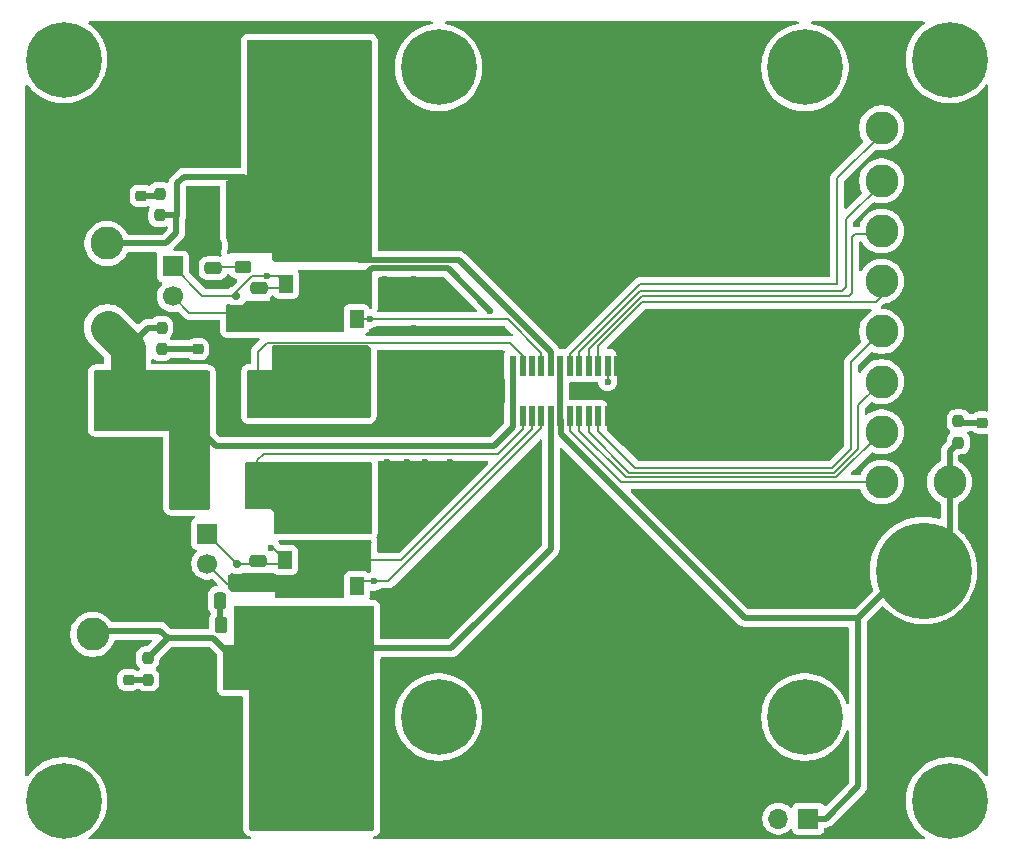
<source format=gbr>
%TF.GenerationSoftware,KiCad,Pcbnew,9.0.6*%
%TF.CreationDate,2026-01-20T23:25:45-06:00*%
%TF.ProjectId,TestBoard_PowerMuxPCB,54657374-426f-4617-9264-5f506f776572,rev?*%
%TF.SameCoordinates,Original*%
%TF.FileFunction,Copper,L1,Top*%
%TF.FilePolarity,Positive*%
%FSLAX46Y46*%
G04 Gerber Fmt 4.6, Leading zero omitted, Abs format (unit mm)*
G04 Created by KiCad (PCBNEW 9.0.6) date 2026-01-20 23:25:45*
%MOMM*%
%LPD*%
G01*
G04 APERTURE LIST*
G04 Aperture macros list*
%AMRoundRect*
0 Rectangle with rounded corners*
0 $1 Rounding radius*
0 $2 $3 $4 $5 $6 $7 $8 $9 X,Y pos of 4 corners*
0 Add a 4 corners polygon primitive as box body*
4,1,4,$2,$3,$4,$5,$6,$7,$8,$9,$2,$3,0*
0 Add four circle primitives for the rounded corners*
1,1,$1+$1,$2,$3*
1,1,$1+$1,$4,$5*
1,1,$1+$1,$6,$7*
1,1,$1+$1,$8,$9*
0 Add four rect primitives between the rounded corners*
20,1,$1+$1,$2,$3,$4,$5,0*
20,1,$1+$1,$4,$5,$6,$7,0*
20,1,$1+$1,$6,$7,$8,$9,0*
20,1,$1+$1,$8,$9,$2,$3,0*%
G04 Aperture macros list end*
%TA.AperFunction,SMDPad,CuDef*%
%ADD10RoundRect,0.218750X-0.256250X0.218750X-0.256250X-0.218750X0.256250X-0.218750X0.256250X0.218750X0*%
%TD*%
%TA.AperFunction,SMDPad,CuDef*%
%ADD11RoundRect,0.237500X0.237500X-0.250000X0.237500X0.250000X-0.237500X0.250000X-0.237500X-0.250000X0*%
%TD*%
%TA.AperFunction,SMDPad,CuDef*%
%ADD12RoundRect,0.237500X-0.237500X0.250000X-0.237500X-0.250000X0.237500X-0.250000X0.237500X0.250000X0*%
%TD*%
%TA.AperFunction,SMDPad,CuDef*%
%ADD13RoundRect,0.250000X0.475000X-0.250000X0.475000X0.250000X-0.475000X0.250000X-0.475000X-0.250000X0*%
%TD*%
%TA.AperFunction,ComponentPad*%
%ADD14C,8.115000*%
%TD*%
%TA.AperFunction,SMDPad,CuDef*%
%ADD15R,1.180000X1.530000*%
%TD*%
%TA.AperFunction,SMDPad,CuDef*%
%ADD16R,7.210000X5.630000*%
%TD*%
%TA.AperFunction,ComponentPad*%
%ADD17C,6.400000*%
%TD*%
%TA.AperFunction,ComponentPad*%
%ADD18C,2.800000*%
%TD*%
%TA.AperFunction,SMDPad,CuDef*%
%ADD19R,1.450000X3.450000*%
%TD*%
%TA.AperFunction,SMDPad,CuDef*%
%ADD20RoundRect,0.163043X0.586957X1.036957X-0.586957X1.036957X-0.586957X-1.036957X0.586957X-1.036957X0*%
%TD*%
%TA.AperFunction,SMDPad,CuDef*%
%ADD21RoundRect,0.218750X0.256250X-0.218750X0.256250X0.218750X-0.256250X0.218750X-0.256250X-0.218750X0*%
%TD*%
%TA.AperFunction,SMDPad,CuDef*%
%ADD22RoundRect,0.150000X0.200000X-0.150000X0.200000X0.150000X-0.200000X0.150000X-0.200000X-0.150000X0*%
%TD*%
%TA.AperFunction,ComponentPad*%
%ADD23R,1.700000X1.700000*%
%TD*%
%TA.AperFunction,ComponentPad*%
%ADD24O,1.700000X1.700000*%
%TD*%
%TA.AperFunction,ComponentPad*%
%ADD25C,1.700000*%
%TD*%
%TA.AperFunction,SMDPad,CuDef*%
%ADD26RoundRect,0.250000X0.262500X0.450000X-0.262500X0.450000X-0.262500X-0.450000X0.262500X-0.450000X0*%
%TD*%
%TA.AperFunction,SMDPad,CuDef*%
%ADD27RoundRect,0.250000X-0.450000X0.262500X-0.450000X-0.262500X0.450000X-0.262500X0.450000X0.262500X0*%
%TD*%
%TA.AperFunction,SMDPad,CuDef*%
%ADD28R,0.550000X1.800000*%
%TD*%
%TA.AperFunction,ComponentPad*%
%ADD29C,3.600000*%
%TD*%
%TA.AperFunction,ConnectorPad*%
%ADD30C,6.400000*%
%TD*%
%TA.AperFunction,SMDPad,CuDef*%
%ADD31RoundRect,0.250000X0.250000X0.475000X-0.250000X0.475000X-0.250000X-0.475000X0.250000X-0.475000X0*%
%TD*%
%TA.AperFunction,ComponentPad*%
%ADD32RoundRect,0.750000X0.750000X-0.750000X0.750000X0.750000X-0.750000X0.750000X-0.750000X-0.750000X0*%
%TD*%
%TA.AperFunction,ComponentPad*%
%ADD33C,3.000000*%
%TD*%
%TA.AperFunction,ViaPad*%
%ADD34C,0.600000*%
%TD*%
%TA.AperFunction,Conductor*%
%ADD35C,0.200000*%
%TD*%
%TA.AperFunction,Conductor*%
%ADD36C,0.500000*%
%TD*%
%TA.AperFunction,Conductor*%
%ADD37C,3.000000*%
%TD*%
G04 APERTURE END LIST*
D10*
%TO.P,D2,1,K*%
%TO.N,GND*%
X118830000Y-93685000D03*
%TO.P,D2,2,A*%
%TO.N,Net-(D2-A)*%
X118830000Y-95260000D03*
%TD*%
D11*
%TO.P,R8,1*%
%TO.N,/V2*%
X115650000Y-83912500D03*
%TO.P,R8,2*%
%TO.N,Net-(D6-A)*%
X115650000Y-82087500D03*
%TD*%
D12*
%TO.P,R7,1*%
%TO.N,/V1*%
X114620000Y-121407500D03*
%TO.P,R7,2*%
%TO.N,Net-(D5-A)*%
X114620000Y-123232500D03*
%TD*%
D13*
%TO.P,CMOSFET3,1*%
%TO.N,/SOURCE2*%
X124000000Y-91950000D03*
%TO.P,CMOSFET3,2*%
%TO.N,/GATE2*%
X124000000Y-90050000D03*
%TD*%
D14*
%TO.P,J5,1,Pin_1*%
%TO.N,+3.3V*%
X180310000Y-114000000D03*
%TD*%
D15*
%TO.P,Q4,1*%
%TO.N,/GATE2*%
X132300000Y-92700000D03*
%TO.P,Q4,2*%
%TO.N,/SOURCE2*%
X130300000Y-92700000D03*
%TO.P,Q4,3*%
X128300000Y-92700000D03*
%TO.P,Q4,4*%
X126300000Y-92700000D03*
D16*
%TO.P,Q4,5*%
%TO.N,/SENSE2*%
X129300000Y-97950000D03*
%TD*%
D10*
%TO.P,D5,1,K*%
%TO.N,GND*%
X112990000Y-121692500D03*
%TO.P,D5,2,A*%
%TO.N,Net-(D5-A)*%
X112990000Y-123267500D03*
%TD*%
D17*
%TO.P,H2,1,1*%
%TO.N,unconnected-(H2-Pad1)*%
X107500000Y-133500000D03*
%TD*%
D18*
%TO.P,TP18,1,1*%
%TO.N,GND*%
X144263333Y-135000000D03*
%TD*%
D15*
%TO.P,Q3,1*%
%TO.N,/GATE2*%
X126300000Y-89714500D03*
%TO.P,Q3,2*%
%TO.N,/SOURCE2*%
X128300000Y-89714500D03*
%TO.P,Q3,3*%
X130300000Y-89714500D03*
%TO.P,Q3,4*%
X132300000Y-89714500D03*
D16*
%TO.P,Q3,5*%
%TO.N,/V2*%
X129300000Y-84464500D03*
%TD*%
D17*
%TO.P,H1,1,1*%
%TO.N,unconnected-(H1-Pad1)*%
X182500000Y-70750000D03*
%TD*%
D19*
%TO.P,R5,1*%
%TO.N,/SENSE1*%
X123900000Y-106810000D03*
%TO.P,R5,2*%
%TO.N,/Out*%
X118100000Y-106810000D03*
%TD*%
D17*
%TO.P,H4,1,1*%
%TO.N,unconnected-(H4-Pad1)*%
X107500000Y-70750000D03*
%TD*%
D14*
%TO.P,J2,1,Pin_1*%
%TO.N,GND*%
X117300000Y-74350000D03*
%TD*%
D20*
%TO.P,D4,1,K*%
%TO.N,/V2*%
X123300000Y-83300000D03*
%TO.P,D4,2,A*%
%TO.N,GND*%
X119000000Y-83300000D03*
%TD*%
D21*
%TO.P,D7,1,K*%
%TO.N,GND*%
X185250000Y-103037500D03*
%TO.P,D7,2,A*%
%TO.N,Net-(D7-A)*%
X185250000Y-101462500D03*
%TD*%
D14*
%TO.P,J7,1,Pin_1*%
%TO.N,GND*%
X180250000Y-124750000D03*
%TD*%
D22*
%TO.P,D11,1,K*%
%TO.N,/GATE2*%
X122100000Y-90750000D03*
%TO.P,D11,2,A*%
%TO.N,/SOURCE2*%
X122100000Y-92150000D03*
%TD*%
D23*
%TO.P,J8,1,Pin_1*%
%TO.N,+3.3V*%
X170540000Y-135000000D03*
D24*
%TO.P,J8,2,Pin_2*%
%TO.N,/SHDN*%
X168000000Y-135000000D03*
%TO.P,J8,3,Pin_3*%
%TO.N,GND*%
X165460000Y-135000000D03*
%TD*%
D15*
%TO.P,Q2,1*%
%TO.N,/GATE1*%
X126250000Y-113114500D03*
%TO.P,Q2,2*%
%TO.N,/SOURCE1*%
X128250000Y-113114500D03*
%TO.P,Q2,3*%
X130250000Y-113114500D03*
%TO.P,Q2,4*%
X132250000Y-113114500D03*
D16*
%TO.P,Q2,5*%
%TO.N,/SENSE1*%
X129250000Y-107864500D03*
%TD*%
D18*
%TO.P,TP19,1,1*%
%TO.N,GND*%
X151526667Y-135000000D03*
%TD*%
%TO.P,TP2,1,1*%
%TO.N,/VDL1*%
X176750000Y-102250000D03*
%TD*%
D15*
%TO.P,Q1,1*%
%TO.N,/GATE1*%
X132350000Y-115325000D03*
%TO.P,Q1,2*%
%TO.N,/SOURCE1*%
X130350000Y-115325000D03*
%TO.P,Q1,3*%
X128350000Y-115325000D03*
%TO.P,Q1,4*%
X126350000Y-115325000D03*
D16*
%TO.P,Q1,5*%
%TO.N,/V1*%
X129350000Y-120575000D03*
%TD*%
D18*
%TO.P,TP16,1,1*%
%TO.N,GND*%
X158790000Y-135000000D03*
%TD*%
D13*
%TO.P,CMOSFET1,1*%
%TO.N,/SOURCE1*%
X123980000Y-115100000D03*
%TO.P,CMOSFET1,2*%
%TO.N,/GATE1*%
X123980000Y-113200000D03*
%TD*%
D14*
%TO.P,J3,1,Pin_1*%
%TO.N,GND*%
X117350000Y-130725000D03*
%TD*%
D18*
%TO.P,TP4,1,1*%
%TO.N,/DISABLE1*%
X176750000Y-93750000D03*
%TD*%
%TO.P,TP15,1,1*%
%TO.N,/Out*%
X111210000Y-93440000D03*
%TD*%
D23*
%TO.P,J11,1,Pin_1*%
%TO.N,/GATE2*%
X116750000Y-88250000D03*
D25*
%TO.P,J11,2,Pin_2*%
%TO.N,/SOURCE2*%
X116750000Y-90790000D03*
%TD*%
D21*
%TO.P,D6,1,K*%
%TO.N,GND*%
X114050000Y-83837500D03*
%TO.P,D6,2,A*%
%TO.N,Net-(D6-A)*%
X114050000Y-82262500D03*
%TD*%
D26*
%TO.P,R3,1*%
%TO.N,/V1*%
X122632500Y-118610000D03*
%TO.P,R3,2*%
%TO.N,Net-(C1-Pad1)*%
X120807500Y-118610000D03*
%TD*%
D18*
%TO.P,TP5,1,1*%
%TO.N,/CHL2*%
X176750000Y-76500000D03*
%TD*%
D27*
%TO.P,R4,1*%
%TO.N,/V2*%
X122650000Y-86487500D03*
%TO.P,R4,2*%
%TO.N,Net-(C2-Pad1)*%
X122650000Y-88312500D03*
%TD*%
D18*
%TO.P,TP14,1,1*%
%TO.N,/V1*%
X109950000Y-119400000D03*
%TD*%
%TO.P,TP8,1,1*%
%TO.N,/DISABLE2*%
X176750000Y-89500000D03*
%TD*%
%TO.P,TP3,1,1*%
%TO.N,/FTL1*%
X176750000Y-98000000D03*
%TD*%
%TO.P,TP17,1,1*%
%TO.N,GND*%
X137000000Y-135000000D03*
%TD*%
D14*
%TO.P,J1,1,Pin_1*%
%TO.N,/V1*%
X128500000Y-130725000D03*
%TD*%
%TO.P,J4,1,Pin_1*%
%TO.N,/V2*%
X128300000Y-74350000D03*
%TD*%
D22*
%TO.P,D9,1,K*%
%TO.N,/GATE1*%
X122180000Y-113480000D03*
%TO.P,D9,2,A*%
%TO.N,/SOURCE1*%
X122180000Y-114880000D03*
%TD*%
D12*
%TO.P,R2,1*%
%TO.N,/Out*%
X115790000Y-93417500D03*
%TO.P,R2,2*%
%TO.N,Net-(D2-A)*%
X115790000Y-95242500D03*
%TD*%
D23*
%TO.P,J10,1,Pin_1*%
%TO.N,/GATE1*%
X119650000Y-110875000D03*
D25*
%TO.P,J10,2,Pin_2*%
%TO.N,/SOURCE1*%
X119650000Y-113415000D03*
%TD*%
D17*
%TO.P,H3,1,1*%
%TO.N,unconnected-(H3-Pad1)*%
X182500000Y-133500000D03*
%TD*%
D20*
%TO.P,D3,1,K*%
%TO.N,/V1*%
X122350000Y-121910000D03*
%TO.P,D3,2,A*%
%TO.N,GND*%
X118050000Y-121910000D03*
%TD*%
D28*
%TO.P,J6,1,1*%
%TO.N,GND*%
X154350000Y-96650000D03*
%TO.P,J6,2,2*%
X154350000Y-100950000D03*
%TO.P,J6,3,3*%
%TO.N,/SHDN*%
X153550000Y-96650000D03*
%TO.P,J6,4,4*%
%TO.N,GND*%
X153550000Y-100950000D03*
%TO.P,J6,5,5*%
%TO.N,/DISABLE2*%
X152750000Y-96650000D03*
%TO.P,J6,6,6*%
%TO.N,/DISABLE1*%
X152750000Y-100950000D03*
%TO.P,J6,7,7*%
%TO.N,/FTL2*%
X151950000Y-96650000D03*
%TO.P,J6,8,8*%
%TO.N,/FTL1*%
X151950000Y-100950000D03*
%TO.P,J6,9,9*%
%TO.N,/VDL2*%
X151150000Y-96650000D03*
%TO.P,J6,10,10*%
%TO.N,/VDL1*%
X151150000Y-100950000D03*
%TO.P,J6,11,11*%
%TO.N,/CHL2*%
X150350000Y-96650000D03*
%TO.P,J6,12,12*%
%TO.N,/CHL1*%
X150350000Y-100950000D03*
%TO.P,J6,13,13*%
%TO.N,+3.3V*%
X149550000Y-96650000D03*
%TO.P,J6,14,14*%
X149550000Y-100950000D03*
%TO.P,J6,15,15*%
%TO.N,/V2*%
X148750000Y-96650000D03*
%TO.P,J6,16,16*%
%TO.N,/V1*%
X148750000Y-100950000D03*
%TO.P,J6,17,17*%
%TO.N,/GATE2*%
X147950000Y-96650000D03*
%TO.P,J6,18,18*%
%TO.N,/GATE1*%
X147950000Y-100950000D03*
%TO.P,J6,19,19*%
%TO.N,/SOURCE2*%
X147150000Y-96650000D03*
%TO.P,J6,20,20*%
%TO.N,/SOURCE1*%
X147150000Y-100950000D03*
%TO.P,J6,21,21*%
%TO.N,/SENSE2*%
X146350000Y-96650000D03*
%TO.P,J6,22,22*%
%TO.N,/SENSE1*%
X146350000Y-100950000D03*
%TO.P,J6,23,23*%
%TO.N,/Out*%
X145550000Y-96650000D03*
%TO.P,J6,24,24*%
X145550000Y-100950000D03*
D29*
%TO.P,J6,25*%
%TO.N,N/C*%
X139250000Y-126400000D03*
D30*
X139250000Y-126400000D03*
D29*
X170250000Y-126400000D03*
D30*
X170250000Y-126400000D03*
D29*
X139250000Y-71400000D03*
D30*
X139250000Y-71400000D03*
D29*
X170250000Y-71400000D03*
D30*
X170250000Y-71400000D03*
%TD*%
D18*
%TO.P,TP6,1,1*%
%TO.N,/VDL2*%
X176750000Y-81000000D03*
%TD*%
%TO.P,TP12,1,1*%
%TO.N,+3.3V*%
X182500000Y-106500000D03*
%TD*%
%TO.P,TP7,1,1*%
%TO.N,/FTL2*%
X176750000Y-85250000D03*
%TD*%
D31*
%TO.P,C1,1*%
%TO.N,Net-(C1-Pad1)*%
X120710000Y-116560000D03*
%TO.P,C1,2*%
%TO.N,GND*%
X118810000Y-116560000D03*
%TD*%
D19*
%TO.P,R6,1*%
%TO.N,/SENSE2*%
X123960000Y-99060000D03*
%TO.P,R6,2*%
%TO.N,/Out*%
X118160000Y-99060000D03*
%TD*%
D32*
%TO.P,J9,1,Pin_1*%
%TO.N,GND*%
X112930000Y-104910000D03*
D33*
%TO.P,J9,2,Pin_2*%
%TO.N,/Out*%
X112930000Y-99910000D03*
%TD*%
D11*
%TO.P,R9,1*%
%TO.N,+3.3V*%
X183250000Y-103162500D03*
%TO.P,R9,2*%
%TO.N,Net-(D7-A)*%
X183250000Y-101337500D03*
%TD*%
D13*
%TO.P,C2,1*%
%TO.N,Net-(C2-Pad1)*%
X120150000Y-88400000D03*
%TO.P,C2,2*%
%TO.N,GND*%
X120150000Y-86500000D03*
%TD*%
D18*
%TO.P,TP13,1,1*%
%TO.N,/V2*%
X111150000Y-86300000D03*
%TD*%
%TO.P,TP1,1,1*%
%TO.N,/CHL1*%
X176750000Y-106500000D03*
%TD*%
D34*
%TO.N,GND*%
X136840000Y-101650000D03*
X136610000Y-117920000D03*
X118250000Y-86350000D03*
X156000000Y-97000000D03*
X147120000Y-106220000D03*
X140380000Y-101650000D03*
X134725000Y-89300000D03*
X138470000Y-117920000D03*
X136560000Y-104790000D03*
X138250000Y-96840000D03*
X136620000Y-107250000D03*
X147120000Y-108770000D03*
X140240000Y-107130000D03*
X137175000Y-89275000D03*
X140210000Y-104780000D03*
X145260000Y-106220000D03*
X136610000Y-115370000D03*
X134990000Y-96830000D03*
X156000000Y-98750000D03*
X136680000Y-96830000D03*
X134725000Y-91825000D03*
X134890000Y-101670000D03*
X140330000Y-96820000D03*
X134740000Y-93550000D03*
X154500000Y-95500000D03*
X154500000Y-102500000D03*
X137175000Y-91825000D03*
X138130000Y-104800000D03*
X134990000Y-107280000D03*
X144570000Y-110270000D03*
X137180000Y-93440000D03*
X156000000Y-102500000D03*
X118750000Y-85350000D03*
X138130000Y-107210000D03*
X156000000Y-95500000D03*
X156000000Y-101000000D03*
X145260000Y-108770000D03*
X140840000Y-113980000D03*
X138470000Y-115370000D03*
X142710000Y-112160000D03*
X134870000Y-104790000D03*
X138380000Y-101620000D03*
%TO.N,/GATE1*%
X133750000Y-114910000D03*
X125050000Y-112100000D03*
%TO.N,/SOURCE2*%
X143600000Y-92000000D03*
X147174998Y-96250000D03*
%TO.N,/GATE2*%
X133400000Y-92700000D03*
X124700000Y-89075000D03*
%TO.N,/SHDN*%
X153550000Y-98000000D03*
%TD*%
D35*
%TO.N,/GATE2*%
X124000000Y-90050000D02*
X125964500Y-90050000D01*
X125964500Y-90050000D02*
X126300000Y-89714500D01*
D36*
%TO.N,GND*%
X140330000Y-101600000D02*
X140380000Y-101650000D01*
X136870000Y-101620000D02*
X136840000Y-101650000D01*
%TO.N,Net-(C1-Pad1)*%
X120710000Y-116560000D02*
X120710000Y-118512500D01*
X120710000Y-118512500D02*
X120807500Y-118610000D01*
D35*
%TO.N,Net-(C2-Pad1)*%
X122650000Y-88312500D02*
X120237500Y-88312500D01*
X120237500Y-88312500D02*
X120150000Y-88400000D01*
%TO.N,/GATE1*%
X147950000Y-101900000D02*
X134940000Y-114910000D01*
X134940000Y-114910000D02*
X133750000Y-114910000D01*
X122180000Y-113405000D02*
X119650000Y-110875000D01*
X125884500Y-113480000D02*
X126250000Y-113114500D01*
X132765000Y-114910000D02*
X132350000Y-115325000D01*
X125235500Y-112100000D02*
X126250000Y-113114500D01*
X125050000Y-112100000D02*
X125235500Y-112100000D01*
X122180000Y-113480000D02*
X122180000Y-113405000D01*
X122180000Y-113480000D02*
X125884500Y-113480000D01*
X133750000Y-114910000D02*
X132765000Y-114910000D01*
X147950000Y-100750000D02*
X147950000Y-101900000D01*
%TO.N,/SOURCE1*%
X136085500Y-113114500D02*
X132250000Y-113114500D01*
X147150000Y-100750000D02*
X147150000Y-102050000D01*
X121335000Y-115100000D02*
X119650000Y-113415000D01*
X123980000Y-115100000D02*
X126125000Y-115100000D01*
X147150000Y-102050000D02*
X136085500Y-113114500D01*
X123980000Y-115100000D02*
X121335000Y-115100000D01*
X126125000Y-115100000D02*
X126350000Y-115325000D01*
%TO.N,/SOURCE2*%
X118110000Y-92150000D02*
X116750000Y-90790000D01*
D36*
X140001000Y-88401000D02*
X143600000Y-92000000D01*
D35*
X122100000Y-92150000D02*
X118110000Y-92150000D01*
D36*
X147174998Y-96925002D02*
X147150000Y-96950000D01*
X147174998Y-96250000D02*
X147174998Y-96925002D01*
X133613500Y-88401000D02*
X140001000Y-88401000D01*
X132300000Y-89714500D02*
X133613500Y-88401000D01*
D35*
%TO.N,/GATE2*%
X119250000Y-90750000D02*
X116750000Y-88250000D01*
X124700000Y-89075000D02*
X123463840Y-89075000D01*
X123463840Y-89075000D02*
X122100000Y-90438840D01*
X124700000Y-89075000D02*
X125660500Y-89075000D01*
X122100000Y-90438840D02*
X122100000Y-90750000D01*
X147950000Y-95550000D02*
X147950000Y-96950000D01*
X132300000Y-92700000D02*
X133400000Y-92700000D01*
X133400000Y-92700000D02*
X145100000Y-92700000D01*
X145100000Y-92700000D02*
X147950000Y-95550000D01*
X122100000Y-90750000D02*
X119250000Y-90750000D01*
X125660500Y-89075000D02*
X126300000Y-89714500D01*
D36*
%TO.N,Net-(D2-A)*%
X115790000Y-95242500D02*
X118812500Y-95242500D01*
X118812500Y-95242500D02*
X118830000Y-95260000D01*
%TO.N,Net-(D5-A)*%
X114585000Y-123267500D02*
X114620000Y-123232500D01*
X112990000Y-123267500D02*
X114585000Y-123267500D01*
%TO.N,Net-(D6-A)*%
X114050000Y-82262500D02*
X115475000Y-82262500D01*
X115475000Y-82262500D02*
X115650000Y-82087500D01*
%TO.N,Net-(D7-A)*%
X183375000Y-101462500D02*
X183250000Y-101337500D01*
X185250000Y-101462500D02*
X183375000Y-101462500D01*
%TO.N,/V2*%
X115650000Y-83912500D02*
X116962500Y-83912500D01*
X123300000Y-81175000D02*
X122775000Y-80650000D01*
X117050000Y-85400000D02*
X116150000Y-86300000D01*
X116150000Y-86300000D02*
X111150000Y-86300000D01*
X116962500Y-83912500D02*
X117050000Y-83825000D01*
X140950000Y-87700000D02*
X148750000Y-95500000D01*
X122775000Y-80650000D02*
X117650000Y-80650000D01*
X117100000Y-81200000D02*
X117100000Y-83975000D01*
X132535500Y-87700000D02*
X140950000Y-87700000D01*
X129300000Y-84464500D02*
X132535500Y-87700000D01*
X117050000Y-83825000D02*
X117050000Y-84025000D01*
X148750000Y-95500000D02*
X148750000Y-96950000D01*
X123300000Y-83300000D02*
X123300000Y-81175000D01*
X117100000Y-83975000D02*
X117050000Y-84025000D01*
X117050000Y-84025000D02*
X117050000Y-85400000D01*
X117650000Y-80650000D02*
X117100000Y-81200000D01*
%TO.N,/Out*%
X114672500Y-93417500D02*
X112930000Y-95160000D01*
X145550000Y-101810768D02*
X145550000Y-100750000D01*
X145576000Y-100724000D02*
X145576000Y-96976000D01*
D37*
X112930000Y-99910000D02*
X112930000Y-95160000D01*
D36*
X118160000Y-99060000D02*
X118160000Y-101200000D01*
X143950768Y-103410000D02*
X145550000Y-101810768D01*
X145550000Y-100750000D02*
X145576000Y-100724000D01*
X118160000Y-101200000D02*
X120370000Y-103410000D01*
X115790000Y-93417500D02*
X114672500Y-93417500D01*
X120370000Y-103410000D02*
X143950768Y-103410000D01*
D37*
X112930000Y-95160000D02*
X111210000Y-93440000D01*
D36*
X145576000Y-96976000D02*
X145550000Y-96950000D01*
D35*
%TO.N,/DISABLE2*%
X152750000Y-96950000D02*
X152750000Y-95000000D01*
X152750000Y-95000000D02*
X156500000Y-91250000D01*
X176250000Y-91250000D02*
X156500000Y-91250000D01*
X177500000Y-90000000D02*
X176250000Y-91250000D01*
%TO.N,/CHL1*%
X154700000Y-106500000D02*
X176750000Y-106500000D01*
X150350000Y-100750000D02*
X150350000Y-102150000D01*
X150350000Y-102150000D02*
X154700000Y-106500000D01*
D36*
%TO.N,+3.3V*%
X149550000Y-100750000D02*
X149550000Y-96950000D01*
X178750000Y-114000000D02*
X180310000Y-114000000D01*
X182500000Y-111810000D02*
X182500000Y-103912500D01*
X172000000Y-135000000D02*
X174750000Y-132250000D01*
X182500000Y-103912500D02*
X183250000Y-103162500D01*
X180310000Y-114000000D02*
X182500000Y-111810000D01*
X174750000Y-118000000D02*
X165150000Y-118000000D01*
X165150000Y-118000000D02*
X149624000Y-102474000D01*
X174750000Y-118000000D02*
X178750000Y-114000000D01*
X174750000Y-132250000D02*
X174750000Y-118000000D01*
X149624000Y-102474000D02*
X149624000Y-101250000D01*
X170540000Y-135000000D02*
X172000000Y-135000000D01*
%TO.N,/V1*%
X129350000Y-120575000D02*
X140305000Y-120575000D01*
X110257500Y-119092500D02*
X109950000Y-119400000D01*
X116307500Y-119720000D02*
X120160000Y-119720000D01*
X148750000Y-112130000D02*
X148750000Y-100750000D01*
X116307500Y-119720000D02*
X115680000Y-119092500D01*
X120160000Y-119720000D02*
X122350000Y-121910000D01*
X114620000Y-121407500D02*
X116307500Y-119720000D01*
X140305000Y-120575000D02*
X148750000Y-112130000D01*
X115680000Y-119092500D02*
X110257500Y-119092500D01*
D35*
%TO.N,/SHDN*%
X153550000Y-98000000D02*
X153550000Y-96950000D01*
%TO.N,/SENSE1*%
X146350000Y-102000000D02*
X146350000Y-100750000D01*
X124430000Y-104120000D02*
X144230000Y-104120000D01*
X144230000Y-104120000D02*
X146350000Y-102000000D01*
X123900000Y-106810000D02*
X123900000Y-104650000D01*
X123900000Y-104650000D02*
X124430000Y-104120000D01*
%TO.N,/DISABLE1*%
X174182900Y-96317100D02*
X176750000Y-93750000D01*
X172568800Y-105297000D02*
X174182900Y-103682900D01*
X174182900Y-103682900D02*
X174182900Y-96317100D01*
X152750000Y-102165800D02*
X155881200Y-105297000D01*
X155881200Y-105297000D02*
X172568800Y-105297000D01*
X152750000Y-100750000D02*
X152750000Y-102165800D01*
%TO.N,/FTL1*%
X151950000Y-102250000D02*
X155398000Y-105698000D01*
X174750000Y-100000000D02*
X176750000Y-98000000D01*
X151950000Y-100750000D02*
X151950000Y-102250000D01*
X174750000Y-103682900D02*
X174750000Y-100000000D01*
X172734900Y-105698000D02*
X174750000Y-103682900D01*
X155398000Y-105698000D02*
X172734900Y-105698000D01*
%TO.N,/VDL1*%
X172901000Y-106099000D02*
X155099000Y-106099000D01*
X151150000Y-102150000D02*
X151150000Y-100750000D01*
X155099000Y-106099000D02*
X151150000Y-102150000D01*
X176750000Y-102250000D02*
X172901000Y-106099000D01*
%TO.N,/CHL2*%
X173000000Y-89750000D02*
X173000000Y-80750000D01*
X156298700Y-89750000D02*
X173000000Y-89750000D01*
X173000000Y-80750000D02*
X176750000Y-77000000D01*
X150350000Y-95698700D02*
X156298700Y-89750000D01*
X150350000Y-96950000D02*
X150350000Y-95698700D01*
%TO.N,/VDL2*%
X176750000Y-81250000D02*
X173750000Y-84250000D01*
X156266800Y-90349000D02*
X151150000Y-95465800D01*
X173750000Y-90000000D02*
X173401000Y-90349000D01*
X151150000Y-95465800D02*
X151150000Y-96950000D01*
X173750000Y-84250000D02*
X173750000Y-90000000D01*
X173401000Y-90349000D02*
X156266800Y-90349000D01*
%TO.N,/SENSE2*%
X146350000Y-95810000D02*
X146350000Y-96950000D01*
X145290000Y-94750000D02*
X146350000Y-95810000D01*
X124690000Y-94750000D02*
X145290000Y-94750000D01*
X123960000Y-99060000D02*
X123960000Y-95480000D01*
X123960000Y-95480000D02*
X124690000Y-94750000D01*
%TO.N,/FTL2*%
X156432900Y-90750000D02*
X151950000Y-95232900D01*
X174500000Y-85500000D02*
X174250000Y-85750000D01*
X176750000Y-85500000D02*
X174500000Y-85500000D01*
X151950000Y-95232900D02*
X151950000Y-96950000D01*
X174250000Y-90500000D02*
X174000000Y-90750000D01*
X174000000Y-90750000D02*
X156432900Y-90750000D01*
X174250000Y-85750000D02*
X174250000Y-90500000D01*
%TD*%
%TA.AperFunction,Conductor*%
%TO.N,/SENSE2*%
G36*
X133275677Y-94919685D02*
G01*
X133296319Y-94936319D01*
X133453681Y-95093681D01*
X133487166Y-95155004D01*
X133490000Y-95181362D01*
X133490000Y-100946000D01*
X133470315Y-101013039D01*
X133417511Y-101058794D01*
X133366000Y-101070000D01*
X123154000Y-101070000D01*
X123086961Y-101050315D01*
X123041206Y-100997511D01*
X123030000Y-100946000D01*
X123030000Y-97154000D01*
X123049685Y-97086961D01*
X123102489Y-97041206D01*
X123154000Y-97030000D01*
X125100000Y-97030000D01*
X125140000Y-96990000D01*
X125140000Y-95024000D01*
X125159685Y-94956961D01*
X125212489Y-94911206D01*
X125264000Y-94900000D01*
X133208638Y-94900000D01*
X133275677Y-94919685D01*
G37*
%TD.AperFunction*%
%TD*%
%TA.AperFunction,Conductor*%
%TO.N,/SOURCE2*%
G36*
X133543039Y-88569685D02*
G01*
X133588794Y-88622489D01*
X133600000Y-88674000D01*
X133600000Y-91719103D01*
X133580315Y-91786142D01*
X133527511Y-91831897D01*
X133458353Y-91841841D01*
X133394797Y-91812816D01*
X133359818Y-91762436D01*
X133333797Y-91692671D01*
X133333793Y-91692664D01*
X133247547Y-91577455D01*
X133247544Y-91577452D01*
X133132335Y-91491206D01*
X133132328Y-91491202D01*
X132997482Y-91440908D01*
X132997483Y-91440908D01*
X132937883Y-91434501D01*
X132937881Y-91434500D01*
X132937873Y-91434500D01*
X132937864Y-91434500D01*
X131662129Y-91434500D01*
X131662123Y-91434501D01*
X131602516Y-91440908D01*
X131467671Y-91491202D01*
X131467664Y-91491206D01*
X131352455Y-91577452D01*
X131352452Y-91577455D01*
X131266206Y-91692664D01*
X131266202Y-91692671D01*
X131215908Y-91827517D01*
X131209501Y-91887116D01*
X131209500Y-91887135D01*
X131209500Y-93512870D01*
X131209501Y-93512876D01*
X131215908Y-93572483D01*
X131238356Y-93632667D01*
X131243340Y-93702359D01*
X131209855Y-93763682D01*
X131148532Y-93797166D01*
X131122174Y-93800000D01*
X121374000Y-93800000D01*
X121306961Y-93780315D01*
X121261206Y-93727511D01*
X121250000Y-93676000D01*
X121250000Y-91601362D01*
X121258643Y-91571925D01*
X121265167Y-91541936D01*
X121268922Y-91536918D01*
X121269685Y-91534323D01*
X121286313Y-91513686D01*
X121357097Y-91442902D01*
X121418416Y-91409420D01*
X121488108Y-91414404D01*
X121507896Y-91423854D01*
X121536735Y-91440909D01*
X121639602Y-91501744D01*
X121680706Y-91513686D01*
X121797426Y-91547597D01*
X121797429Y-91547597D01*
X121797431Y-91547598D01*
X121834306Y-91550500D01*
X121834314Y-91550500D01*
X122365686Y-91550500D01*
X122365694Y-91550500D01*
X122402569Y-91547598D01*
X122402571Y-91547597D01*
X122402573Y-91547597D01*
X122448261Y-91534323D01*
X122560398Y-91501744D01*
X122701865Y-91418081D01*
X122818081Y-91301865D01*
X122842320Y-91260879D01*
X122893389Y-91213196D01*
X122949052Y-91200000D01*
X125000000Y-91200000D01*
X125000000Y-90887730D01*
X125007233Y-90863096D01*
X125010570Y-90837633D01*
X125017815Y-90827056D01*
X125019685Y-90820691D01*
X125029279Y-90807706D01*
X125032638Y-90803729D01*
X125067712Y-90768656D01*
X125082431Y-90744792D01*
X125088396Y-90737732D01*
X125110144Y-90723367D01*
X125129524Y-90705936D01*
X125138829Y-90704421D01*
X125146697Y-90699225D01*
X125172761Y-90698898D01*
X125198487Y-90694712D01*
X125207134Y-90698468D01*
X125216561Y-90698351D01*
X125238661Y-90712166D01*
X125262569Y-90722554D01*
X125273190Y-90733752D01*
X125275807Y-90735388D01*
X125276861Y-90737622D01*
X125282383Y-90743444D01*
X125301257Y-90768656D01*
X125346473Y-90829057D01*
X125352455Y-90837047D01*
X125467664Y-90923293D01*
X125467671Y-90923297D01*
X125602517Y-90973591D01*
X125602516Y-90973591D01*
X125609444Y-90974335D01*
X125662127Y-90980000D01*
X126937872Y-90979999D01*
X126997483Y-90973591D01*
X127132331Y-90923296D01*
X127247546Y-90837046D01*
X127333796Y-90721831D01*
X127384091Y-90586983D01*
X127390500Y-90527373D01*
X127390499Y-88901628D01*
X127384091Y-88842017D01*
X127337587Y-88717333D01*
X127332603Y-88647641D01*
X127366088Y-88586318D01*
X127427411Y-88552834D01*
X127453769Y-88550000D01*
X133476000Y-88550000D01*
X133543039Y-88569685D01*
G37*
%TD.AperFunction*%
%TD*%
%TA.AperFunction,Conductor*%
%TO.N,/V1*%
G36*
X133743039Y-116999685D02*
G01*
X133788794Y-117052489D01*
X133800000Y-117104000D01*
X133800000Y-135886000D01*
X133780315Y-135953039D01*
X133727511Y-135998794D01*
X133676000Y-136010000D01*
X123334000Y-136010000D01*
X123266961Y-135990315D01*
X123221206Y-135937511D01*
X123210000Y-135886000D01*
X123210000Y-124160000D01*
X123200000Y-124150000D01*
X121104000Y-124150000D01*
X121036961Y-124130315D01*
X120991206Y-124077511D01*
X120980000Y-124026000D01*
X120980000Y-120454000D01*
X120999685Y-120386961D01*
X121052489Y-120341206D01*
X121104000Y-120330000D01*
X121870000Y-120330000D01*
X121890000Y-120310000D01*
X121890000Y-119570000D01*
X121889439Y-119568646D01*
X121880000Y-119521193D01*
X121880000Y-117104000D01*
X121899685Y-117036961D01*
X121952489Y-116991206D01*
X122004000Y-116980000D01*
X133676000Y-116980000D01*
X133743039Y-116999685D01*
G37*
%TD.AperFunction*%
%TD*%
%TA.AperFunction,Conductor*%
%TO.N,/SOURCE1*%
G36*
X133504501Y-111445185D02*
G01*
X133550256Y-111497989D01*
X133561451Y-111551153D01*
X133560000Y-111660000D01*
X133560000Y-114039391D01*
X133554367Y-114058572D01*
X133553654Y-114078550D01*
X133544725Y-114091409D01*
X133540315Y-114106430D01*
X133525208Y-114119519D01*
X133513806Y-114135943D01*
X133489856Y-114150152D01*
X133487511Y-114152185D01*
X133483453Y-114153952D01*
X133387295Y-114193782D01*
X133317825Y-114201251D01*
X133265531Y-114178487D01*
X133182335Y-114116206D01*
X133182328Y-114116202D01*
X133047482Y-114065908D01*
X133047483Y-114065908D01*
X132987883Y-114059501D01*
X132987881Y-114059500D01*
X132987873Y-114059500D01*
X132987864Y-114059500D01*
X131712129Y-114059500D01*
X131712123Y-114059501D01*
X131652516Y-114065908D01*
X131517671Y-114116202D01*
X131517664Y-114116206D01*
X131402455Y-114202452D01*
X131402452Y-114202455D01*
X131316206Y-114317664D01*
X131316202Y-114317671D01*
X131265908Y-114452517D01*
X131259501Y-114512116D01*
X131259500Y-114512135D01*
X131259500Y-116137870D01*
X131259501Y-116137874D01*
X131266475Y-116202746D01*
X131254068Y-116271506D01*
X131206457Y-116322642D01*
X131143185Y-116340000D01*
X125504000Y-116340000D01*
X125436961Y-116320315D01*
X125391206Y-116267511D01*
X125380000Y-116216000D01*
X125380000Y-115810000D01*
X121741366Y-115810000D01*
X121674327Y-115790315D01*
X121635827Y-115751096D01*
X121610787Y-115710500D01*
X121552712Y-115616344D01*
X121456319Y-115519951D01*
X121422834Y-115458628D01*
X121420000Y-115432270D01*
X121420000Y-114471362D01*
X121428645Y-114441918D01*
X121435168Y-114411936D01*
X121438922Y-114406920D01*
X121439685Y-114404323D01*
X121456313Y-114383686D01*
X121582301Y-114257698D01*
X121643620Y-114224216D01*
X121713312Y-114229200D01*
X121719237Y-114231585D01*
X121719591Y-114231737D01*
X121719602Y-114231744D01*
X121737855Y-114237047D01*
X121877426Y-114277597D01*
X121877429Y-114277597D01*
X121877431Y-114277598D01*
X121914306Y-114280500D01*
X121914314Y-114280500D01*
X122445686Y-114280500D01*
X122445694Y-114280500D01*
X122482569Y-114277598D01*
X122482571Y-114277597D01*
X122482573Y-114277597D01*
X122539098Y-114261174D01*
X122640398Y-114231744D01*
X122640400Y-114231742D01*
X122643967Y-114230200D01*
X122693216Y-114220000D01*
X125238412Y-114220000D01*
X125305451Y-114239685D01*
X125312716Y-114244728D01*
X125360500Y-114280499D01*
X125417669Y-114323296D01*
X125417671Y-114323297D01*
X125552517Y-114373591D01*
X125552516Y-114373591D01*
X125559444Y-114374335D01*
X125612127Y-114380000D01*
X126887872Y-114379999D01*
X126947483Y-114373591D01*
X127082331Y-114323296D01*
X127197546Y-114237046D01*
X127283796Y-114121831D01*
X127334091Y-113986983D01*
X127340500Y-113927373D01*
X127340499Y-112301628D01*
X127334091Y-112242017D01*
X127318233Y-112199500D01*
X127283797Y-112107171D01*
X127283793Y-112107164D01*
X127197547Y-111991955D01*
X127197544Y-111991952D01*
X127082335Y-111905706D01*
X127082328Y-111905702D01*
X126947482Y-111855408D01*
X126947483Y-111855408D01*
X126887883Y-111849001D01*
X126887881Y-111849000D01*
X126887873Y-111849000D01*
X126887865Y-111849000D01*
X125895341Y-111849000D01*
X125883813Y-111845615D01*
X125871854Y-111846755D01*
X125850910Y-111835953D01*
X125828302Y-111829315D01*
X125818884Y-111819437D01*
X125809756Y-111814729D01*
X125797886Y-111797411D01*
X125787944Y-111786982D01*
X125783885Y-111779949D01*
X125759394Y-111720821D01*
X125688699Y-111615019D01*
X125686658Y-111611482D01*
X125679346Y-111581321D01*
X125670075Y-111551713D01*
X125671186Y-111547662D01*
X125670196Y-111543579D01*
X125680351Y-111514252D01*
X125688560Y-111484333D01*
X125691685Y-111481525D01*
X125693060Y-111477556D01*
X125717454Y-111458378D01*
X125740539Y-111437643D01*
X125745166Y-111436592D01*
X125747988Y-111434375D01*
X125759978Y-111433232D01*
X125794055Y-111425500D01*
X133437462Y-111425500D01*
X133504501Y-111445185D01*
G37*
%TD.AperFunction*%
%TD*%
%TA.AperFunction,Conductor*%
%TO.N,/Out*%
G36*
X119813039Y-97069685D02*
G01*
X119858794Y-97122489D01*
X119870000Y-97174000D01*
X119870000Y-108706000D01*
X119850315Y-108773039D01*
X119797511Y-108818794D01*
X119746000Y-108830000D01*
X116564000Y-108830000D01*
X116496961Y-108810315D01*
X116451206Y-108757511D01*
X116440000Y-108706000D01*
X116440000Y-102160000D01*
X110154000Y-102160000D01*
X110086961Y-102140315D01*
X110041206Y-102087511D01*
X110030000Y-102036000D01*
X110030000Y-97174000D01*
X110049685Y-97106961D01*
X110102489Y-97061206D01*
X110154000Y-97050000D01*
X119746000Y-97050000D01*
X119813039Y-97069685D01*
G37*
%TD.AperFunction*%
%TD*%
%TA.AperFunction,Conductor*%
%TO.N,/SENSE1*%
G36*
X133513039Y-104809685D02*
G01*
X133558794Y-104862489D01*
X133570000Y-104914000D01*
X133570000Y-110796000D01*
X133550315Y-110863039D01*
X133497511Y-110908794D01*
X133446000Y-110920000D01*
X125424000Y-110920000D01*
X125356961Y-110900315D01*
X125311206Y-110847511D01*
X125300000Y-110796000D01*
X125300000Y-109050000D01*
X125060000Y-108810000D01*
X122994000Y-108810000D01*
X122926961Y-108790315D01*
X122881206Y-108737511D01*
X122870000Y-108686000D01*
X122870000Y-104914000D01*
X122889685Y-104846961D01*
X122942489Y-104801206D01*
X122994000Y-104790000D01*
X133446000Y-104790000D01*
X133513039Y-104809685D01*
G37*
%TD.AperFunction*%
%TD*%
%TA.AperFunction,Conductor*%
%TO.N,/V2*%
G36*
X133543039Y-69069685D02*
G01*
X133588794Y-69122489D01*
X133600000Y-69174000D01*
X133600000Y-87536716D01*
X133592536Y-87562133D01*
X133588734Y-87588361D01*
X133582844Y-87595141D01*
X133580315Y-87603755D01*
X133560293Y-87621103D01*
X133542916Y-87641110D01*
X133530882Y-87646588D01*
X133527511Y-87649510D01*
X133517029Y-87652895D01*
X133510794Y-87655734D01*
X133505533Y-87657271D01*
X133394588Y-87679341D01*
X133315743Y-87712000D01*
X133309542Y-87714568D01*
X133309537Y-87714570D01*
X133258006Y-87735915D01*
X133175872Y-87790795D01*
X133135085Y-87818047D01*
X133135081Y-87818050D01*
X133089453Y-87863680D01*
X133028130Y-87897166D01*
X133001771Y-87900000D01*
X125401362Y-87900000D01*
X125371921Y-87891355D01*
X125341935Y-87884832D01*
X125336919Y-87881077D01*
X125334323Y-87880315D01*
X125313681Y-87863681D01*
X125186319Y-87736319D01*
X125152834Y-87674996D01*
X125150000Y-87648638D01*
X125150000Y-87150000D01*
X121600000Y-87150000D01*
X121599999Y-87150000D01*
X121587681Y-87162319D01*
X121579735Y-87166657D01*
X121574310Y-87173905D01*
X121549550Y-87183139D01*
X121526358Y-87195804D01*
X121517328Y-87195158D01*
X121508846Y-87198322D01*
X121483025Y-87192705D01*
X121456666Y-87190820D01*
X121447612Y-87185001D01*
X121440573Y-87183470D01*
X121412319Y-87162319D01*
X121366266Y-87116266D01*
X121332781Y-87054943D01*
X121336240Y-86989583D01*
X121364999Y-86902797D01*
X121375500Y-86800009D01*
X121375499Y-86199992D01*
X121364999Y-86097203D01*
X121309814Y-85930666D01*
X121268461Y-85863621D01*
X121250000Y-85798525D01*
X121250000Y-81101362D01*
X121258644Y-81071921D01*
X121265168Y-81041935D01*
X121268922Y-81036919D01*
X121269685Y-81034323D01*
X121286319Y-81013681D01*
X121313681Y-80986319D01*
X121375004Y-80952834D01*
X121401362Y-80950000D01*
X122950000Y-80950000D01*
X123000000Y-80900000D01*
X123000000Y-69174000D01*
X123019685Y-69106961D01*
X123072489Y-69061206D01*
X123124000Y-69050000D01*
X133476000Y-69050000D01*
X133543039Y-69069685D01*
G37*
%TD.AperFunction*%
%TD*%
%TA.AperFunction,Conductor*%
%TO.N,GND*%
G36*
X138694020Y-67520185D02*
G01*
X138739775Y-67572989D01*
X138749719Y-67642147D01*
X138720694Y-67705703D01*
X138661916Y-67743477D01*
X138651172Y-67746117D01*
X138349787Y-67806064D01*
X138349776Y-67806067D01*
X138001834Y-67911614D01*
X137665921Y-68050754D01*
X137665916Y-68050756D01*
X137345279Y-68222140D01*
X137345261Y-68222151D01*
X137042964Y-68424140D01*
X137042950Y-68424150D01*
X136761893Y-68654807D01*
X136504807Y-68911893D01*
X136274150Y-69192950D01*
X136274140Y-69192964D01*
X136072151Y-69495261D01*
X136072140Y-69495279D01*
X135900756Y-69815916D01*
X135900754Y-69815921D01*
X135761614Y-70151834D01*
X135656067Y-70499776D01*
X135656064Y-70499787D01*
X135585137Y-70856369D01*
X135549500Y-71218209D01*
X135549500Y-71581790D01*
X135585137Y-71943630D01*
X135656064Y-72300212D01*
X135656067Y-72300223D01*
X135761614Y-72648165D01*
X135900754Y-72984078D01*
X135900756Y-72984083D01*
X136072140Y-73304720D01*
X136072151Y-73304738D01*
X136274140Y-73607035D01*
X136274150Y-73607049D01*
X136504807Y-73888106D01*
X136761893Y-74145192D01*
X136761898Y-74145196D01*
X136761899Y-74145197D01*
X137042956Y-74375854D01*
X137345268Y-74577853D01*
X137345277Y-74577858D01*
X137345279Y-74577859D01*
X137665916Y-74749243D01*
X137665918Y-74749243D01*
X137665924Y-74749247D01*
X138001836Y-74888386D01*
X138349767Y-74993930D01*
X138349773Y-74993931D01*
X138349776Y-74993932D01*
X138349787Y-74993935D01*
X138706369Y-75064862D01*
X139068206Y-75100500D01*
X139068209Y-75100500D01*
X139431791Y-75100500D01*
X139431794Y-75100500D01*
X139793631Y-75064862D01*
X139863045Y-75051054D01*
X140150212Y-74993935D01*
X140150223Y-74993932D01*
X140150223Y-74993931D01*
X140150233Y-74993930D01*
X140498164Y-74888386D01*
X140834076Y-74749247D01*
X141154732Y-74577853D01*
X141457044Y-74375854D01*
X141738101Y-74145197D01*
X141995197Y-73888101D01*
X142225854Y-73607044D01*
X142427853Y-73304732D01*
X142599247Y-72984076D01*
X142738386Y-72648164D01*
X142843930Y-72300233D01*
X142843932Y-72300223D01*
X142843935Y-72300212D01*
X142914862Y-71943630D01*
X142950500Y-71581790D01*
X142950500Y-71218209D01*
X142914862Y-70856369D01*
X142843935Y-70499787D01*
X142843932Y-70499776D01*
X142843931Y-70499773D01*
X142843930Y-70499767D01*
X142738386Y-70151836D01*
X142599247Y-69815924D01*
X142427853Y-69495268D01*
X142225854Y-69192956D01*
X141995197Y-68911899D01*
X141995196Y-68911898D01*
X141995192Y-68911893D01*
X141738106Y-68654807D01*
X141457049Y-68424150D01*
X141457048Y-68424149D01*
X141457044Y-68424146D01*
X141154732Y-68222147D01*
X141154727Y-68222144D01*
X141154720Y-68222140D01*
X140834083Y-68050756D01*
X140834078Y-68050754D01*
X140498165Y-67911614D01*
X140150223Y-67806067D01*
X140150212Y-67806064D01*
X139848828Y-67746117D01*
X139786917Y-67713733D01*
X139752343Y-67653017D01*
X139756082Y-67583247D01*
X139796948Y-67526575D01*
X139861966Y-67500994D01*
X139873019Y-67500500D01*
X169626981Y-67500500D01*
X169694020Y-67520185D01*
X169739775Y-67572989D01*
X169749719Y-67642147D01*
X169720694Y-67705703D01*
X169661916Y-67743477D01*
X169651172Y-67746117D01*
X169349787Y-67806064D01*
X169349776Y-67806067D01*
X169001834Y-67911614D01*
X168665921Y-68050754D01*
X168665916Y-68050756D01*
X168345279Y-68222140D01*
X168345261Y-68222151D01*
X168042964Y-68424140D01*
X168042950Y-68424150D01*
X167761893Y-68654807D01*
X167504807Y-68911893D01*
X167274150Y-69192950D01*
X167274140Y-69192964D01*
X167072151Y-69495261D01*
X167072140Y-69495279D01*
X166900756Y-69815916D01*
X166900754Y-69815921D01*
X166761614Y-70151834D01*
X166656067Y-70499776D01*
X166656064Y-70499787D01*
X166585137Y-70856369D01*
X166549500Y-71218209D01*
X166549500Y-71581790D01*
X166585137Y-71943630D01*
X166656064Y-72300212D01*
X166656067Y-72300223D01*
X166761614Y-72648165D01*
X166900754Y-72984078D01*
X166900756Y-72984083D01*
X167072140Y-73304720D01*
X167072151Y-73304738D01*
X167274140Y-73607035D01*
X167274150Y-73607049D01*
X167504807Y-73888106D01*
X167761893Y-74145192D01*
X167761898Y-74145196D01*
X167761899Y-74145197D01*
X168042956Y-74375854D01*
X168345268Y-74577853D01*
X168345277Y-74577858D01*
X168345279Y-74577859D01*
X168665916Y-74749243D01*
X168665918Y-74749243D01*
X168665924Y-74749247D01*
X169001836Y-74888386D01*
X169349767Y-74993930D01*
X169349773Y-74993931D01*
X169349776Y-74993932D01*
X169349787Y-74993935D01*
X169706369Y-75064862D01*
X170068206Y-75100500D01*
X170068209Y-75100500D01*
X170431791Y-75100500D01*
X170431794Y-75100500D01*
X170793631Y-75064862D01*
X170863045Y-75051054D01*
X171150212Y-74993935D01*
X171150223Y-74993932D01*
X171150223Y-74993931D01*
X171150233Y-74993930D01*
X171498164Y-74888386D01*
X171834076Y-74749247D01*
X172154732Y-74577853D01*
X172457044Y-74375854D01*
X172738101Y-74145197D01*
X172995197Y-73888101D01*
X173225854Y-73607044D01*
X173427853Y-73304732D01*
X173599247Y-72984076D01*
X173738386Y-72648164D01*
X173843930Y-72300233D01*
X173843932Y-72300223D01*
X173843935Y-72300212D01*
X173914862Y-71943630D01*
X173950500Y-71581790D01*
X173950500Y-71218209D01*
X173914862Y-70856369D01*
X173843935Y-70499787D01*
X173843932Y-70499776D01*
X173843931Y-70499773D01*
X173843930Y-70499767D01*
X173738386Y-70151836D01*
X173599247Y-69815924D01*
X173427853Y-69495268D01*
X173225854Y-69192956D01*
X172995197Y-68911899D01*
X172995196Y-68911898D01*
X172995192Y-68911893D01*
X172738106Y-68654807D01*
X172457049Y-68424150D01*
X172457048Y-68424149D01*
X172457044Y-68424146D01*
X172154732Y-68222147D01*
X172154727Y-68222144D01*
X172154720Y-68222140D01*
X171834083Y-68050756D01*
X171834078Y-68050754D01*
X171498165Y-67911614D01*
X171150223Y-67806067D01*
X171150212Y-67806064D01*
X170848828Y-67746117D01*
X170786917Y-67713733D01*
X170752343Y-67653017D01*
X170756082Y-67583247D01*
X170796948Y-67526575D01*
X170861966Y-67500994D01*
X170873019Y-67500500D01*
X180293723Y-67500500D01*
X180360762Y-67520185D01*
X180406517Y-67572989D01*
X180416461Y-67642147D01*
X180387436Y-67705703D01*
X180362614Y-67727602D01*
X180292964Y-67774140D01*
X180292950Y-67774150D01*
X180011893Y-68004807D01*
X179754807Y-68261893D01*
X179524150Y-68542950D01*
X179524140Y-68542964D01*
X179322151Y-68845261D01*
X179322140Y-68845279D01*
X179150756Y-69165916D01*
X179150754Y-69165921D01*
X179011614Y-69501834D01*
X178906067Y-69849776D01*
X178906064Y-69849787D01*
X178835137Y-70206369D01*
X178799500Y-70568209D01*
X178799500Y-70931790D01*
X178835137Y-71293630D01*
X178906064Y-71650212D01*
X178906067Y-71650223D01*
X179011614Y-71998165D01*
X179150754Y-72334078D01*
X179150756Y-72334083D01*
X179322140Y-72654720D01*
X179322151Y-72654738D01*
X179524140Y-72957035D01*
X179524150Y-72957049D01*
X179754807Y-73238106D01*
X180011893Y-73495192D01*
X180011898Y-73495196D01*
X180011899Y-73495197D01*
X180292956Y-73725854D01*
X180595268Y-73927853D01*
X180595277Y-73927858D01*
X180595279Y-73927859D01*
X180915916Y-74099243D01*
X180915918Y-74099243D01*
X180915924Y-74099247D01*
X181251836Y-74238386D01*
X181599767Y-74343930D01*
X181599773Y-74343931D01*
X181599776Y-74343932D01*
X181599787Y-74343935D01*
X181956369Y-74414862D01*
X182318206Y-74450500D01*
X182318209Y-74450500D01*
X182681791Y-74450500D01*
X182681794Y-74450500D01*
X183043631Y-74414862D01*
X183113045Y-74401054D01*
X183400212Y-74343935D01*
X183400223Y-74343932D01*
X183400223Y-74343931D01*
X183400233Y-74343930D01*
X183748164Y-74238386D01*
X184084076Y-74099247D01*
X184404732Y-73927853D01*
X184707044Y-73725854D01*
X184988101Y-73495197D01*
X185245197Y-73238101D01*
X185475854Y-72957044D01*
X185522398Y-72887385D01*
X185576010Y-72842581D01*
X185645335Y-72833874D01*
X185708362Y-72864028D01*
X185745082Y-72923471D01*
X185749500Y-72956277D01*
X185749500Y-100407141D01*
X185729815Y-100474180D01*
X185677011Y-100519935D01*
X185612898Y-100530499D01*
X185554183Y-100524500D01*
X185554174Y-100524500D01*
X184945826Y-100524500D01*
X184945818Y-100524500D01*
X184847316Y-100534563D01*
X184847315Y-100534564D01*
X184825388Y-100541830D01*
X184687715Y-100587450D01*
X184687704Y-100587455D01*
X184544612Y-100675716D01*
X184538946Y-100680197D01*
X184538171Y-100679217D01*
X184483324Y-100709166D01*
X184456966Y-100712000D01*
X184192191Y-100712000D01*
X184125152Y-100692315D01*
X184086652Y-100653096D01*
X184070340Y-100626650D01*
X183948351Y-100504661D01*
X183948350Y-100504660D01*
X183801516Y-100414092D01*
X183637753Y-100359826D01*
X183637751Y-100359825D01*
X183536678Y-100349500D01*
X182963330Y-100349500D01*
X182963312Y-100349501D01*
X182862247Y-100359825D01*
X182698484Y-100414092D01*
X182698481Y-100414093D01*
X182551648Y-100504661D01*
X182429661Y-100626648D01*
X182339093Y-100773481D01*
X182339091Y-100773486D01*
X182324321Y-100818060D01*
X182284826Y-100937247D01*
X182284826Y-100937248D01*
X182284825Y-100937248D01*
X182274500Y-101038315D01*
X182274500Y-101636669D01*
X182274501Y-101636687D01*
X182284825Y-101737752D01*
X182321109Y-101847249D01*
X182339092Y-101901516D01*
X182422042Y-102036000D01*
X182429661Y-102048351D01*
X182543629Y-102162319D01*
X182577114Y-102223642D01*
X182572130Y-102293334D01*
X182543629Y-102337681D01*
X182429661Y-102451648D01*
X182339093Y-102598481D01*
X182339091Y-102598486D01*
X182330908Y-102623181D01*
X182284826Y-102762247D01*
X182284826Y-102762248D01*
X182284825Y-102762248D01*
X182274500Y-102863315D01*
X182274500Y-103025270D01*
X182254815Y-103092309D01*
X182238181Y-103112951D01*
X181917048Y-103434083D01*
X181906519Y-103449842D01*
X181883751Y-103483918D01*
X181834914Y-103557007D01*
X181778343Y-103693582D01*
X181778340Y-103693592D01*
X181749500Y-103838579D01*
X181749500Y-104670926D01*
X181729815Y-104737965D01*
X181677011Y-104783720D01*
X181672958Y-104785485D01*
X181657628Y-104791835D01*
X181657616Y-104791841D01*
X181441873Y-104916400D01*
X181244225Y-105068060D01*
X181244218Y-105068066D01*
X181068066Y-105244218D01*
X181068060Y-105244225D01*
X180916400Y-105441873D01*
X180791837Y-105657623D01*
X180791830Y-105657638D01*
X180696498Y-105887792D01*
X180632017Y-106128438D01*
X180599501Y-106375424D01*
X180599500Y-106375441D01*
X180599500Y-106624558D01*
X180599501Y-106624575D01*
X180632017Y-106871561D01*
X180696498Y-107112207D01*
X180791830Y-107342361D01*
X180791837Y-107342376D01*
X180916400Y-107558126D01*
X181068060Y-107755774D01*
X181068066Y-107755781D01*
X181244218Y-107931933D01*
X181244225Y-107931939D01*
X181441873Y-108083599D01*
X181657623Y-108208162D01*
X181657624Y-108208162D01*
X181657627Y-108208164D01*
X181672354Y-108214264D01*
X181672950Y-108214511D01*
X181727354Y-108258351D01*
X181749421Y-108324644D01*
X181749500Y-108329073D01*
X181749500Y-109505324D01*
X181729815Y-109572363D01*
X181677011Y-109618118D01*
X181607853Y-109628062D01*
X181593407Y-109625099D01*
X181297479Y-109545806D01*
X181297482Y-109545806D01*
X181297472Y-109545804D01*
X181212999Y-109530909D01*
X180905507Y-109476689D01*
X180509010Y-109442000D01*
X180509007Y-109442000D01*
X180110993Y-109442000D01*
X180110989Y-109442000D01*
X179714492Y-109476689D01*
X179322533Y-109545803D01*
X179322530Y-109545803D01*
X179322528Y-109545804D01*
X179322523Y-109545805D01*
X179322520Y-109545806D01*
X178938087Y-109648813D01*
X178564053Y-109784951D01*
X178203362Y-109953143D01*
X178203338Y-109953156D01*
X177858663Y-110152155D01*
X177858648Y-110152164D01*
X177532615Y-110380455D01*
X177227723Y-110636291D01*
X176946291Y-110917723D01*
X176690455Y-111222615D01*
X176462164Y-111548648D01*
X176462155Y-111548663D01*
X176263156Y-111893338D01*
X176263143Y-111893362D01*
X176094951Y-112254053D01*
X175958813Y-112628087D01*
X175855806Y-113012520D01*
X175855803Y-113012533D01*
X175786689Y-113404492D01*
X175752000Y-113800989D01*
X175752000Y-114199010D01*
X175786689Y-114595507D01*
X175855803Y-114987466D01*
X175855806Y-114987479D01*
X175958814Y-115371916D01*
X176027300Y-115560080D01*
X176031731Y-115629809D01*
X175998459Y-115690171D01*
X174475451Y-117213181D01*
X174414128Y-117246666D01*
X174387770Y-117249500D01*
X165512230Y-117249500D01*
X165445191Y-117229815D01*
X165424549Y-117213181D01*
X155523549Y-107312181D01*
X155490064Y-107250858D01*
X155495048Y-107181166D01*
X155536920Y-107125233D01*
X155602384Y-107100816D01*
X155611230Y-107100500D01*
X174858795Y-107100500D01*
X174925834Y-107120185D01*
X174971589Y-107172989D01*
X174973356Y-107177048D01*
X175041830Y-107342361D01*
X175041837Y-107342376D01*
X175166400Y-107558126D01*
X175318060Y-107755774D01*
X175318066Y-107755781D01*
X175494218Y-107931933D01*
X175494225Y-107931939D01*
X175691873Y-108083599D01*
X175907623Y-108208162D01*
X175907638Y-108208169D01*
X175999500Y-108246219D01*
X176137793Y-108303502D01*
X176378435Y-108367982D01*
X176625435Y-108400500D01*
X176625442Y-108400500D01*
X176874558Y-108400500D01*
X176874565Y-108400500D01*
X177121565Y-108367982D01*
X177362207Y-108303502D01*
X177592373Y-108208164D01*
X177808127Y-108083599D01*
X178005776Y-107931938D01*
X178181938Y-107755776D01*
X178333599Y-107558127D01*
X178458164Y-107342373D01*
X178553502Y-107112207D01*
X178617982Y-106871565D01*
X178650500Y-106624565D01*
X178650500Y-106375435D01*
X178617982Y-106128435D01*
X178553502Y-105887793D01*
X178499253Y-105756825D01*
X178458169Y-105657638D01*
X178458162Y-105657623D01*
X178333599Y-105441873D01*
X178181939Y-105244225D01*
X178181933Y-105244218D01*
X178005781Y-105068066D01*
X178005774Y-105068060D01*
X177808126Y-104916400D01*
X177592376Y-104791837D01*
X177592361Y-104791830D01*
X177362207Y-104696498D01*
X177121561Y-104632017D01*
X176874575Y-104599501D01*
X176874570Y-104599500D01*
X176874565Y-104599500D01*
X176625435Y-104599500D01*
X176625429Y-104599500D01*
X176625424Y-104599501D01*
X176378438Y-104632017D01*
X176137792Y-104696498D01*
X175907638Y-104791830D01*
X175907623Y-104791837D01*
X175691873Y-104916400D01*
X175494225Y-105068060D01*
X175494218Y-105068066D01*
X175318066Y-105244218D01*
X175318060Y-105244225D01*
X175166400Y-105441873D01*
X175041837Y-105657623D01*
X175041830Y-105657638D01*
X174973356Y-105822952D01*
X174929515Y-105877356D01*
X174863221Y-105899421D01*
X174858795Y-105899500D01*
X174249097Y-105899500D01*
X174182058Y-105879815D01*
X174136303Y-105827011D01*
X174126359Y-105757853D01*
X174155384Y-105694297D01*
X174161416Y-105687819D01*
X174407362Y-105441873D01*
X175837334Y-104011899D01*
X175898655Y-103978416D01*
X175968346Y-103983400D01*
X175972455Y-103985016D01*
X176137793Y-104053502D01*
X176378435Y-104117982D01*
X176625435Y-104150500D01*
X176625442Y-104150500D01*
X176874558Y-104150500D01*
X176874565Y-104150500D01*
X177121565Y-104117982D01*
X177362207Y-104053502D01*
X177592373Y-103958164D01*
X177808127Y-103833599D01*
X178005776Y-103681938D01*
X178181938Y-103505776D01*
X178333599Y-103308127D01*
X178458164Y-103092373D01*
X178553502Y-102862207D01*
X178617982Y-102621565D01*
X178650500Y-102374565D01*
X178650500Y-102125435D01*
X178617982Y-101878435D01*
X178553502Y-101637793D01*
X178485465Y-101473538D01*
X178458169Y-101407638D01*
X178458162Y-101407623D01*
X178333599Y-101191873D01*
X178181939Y-100994225D01*
X178181933Y-100994218D01*
X178005781Y-100818066D01*
X178005774Y-100818060D01*
X177808126Y-100666400D01*
X177592376Y-100541837D01*
X177592361Y-100541830D01*
X177362207Y-100446498D01*
X177121561Y-100382017D01*
X176874575Y-100349501D01*
X176874570Y-100349500D01*
X176874565Y-100349500D01*
X176625435Y-100349500D01*
X176625429Y-100349500D01*
X176625424Y-100349501D01*
X176378438Y-100382017D01*
X176137792Y-100446498D01*
X175907638Y-100541830D01*
X175907623Y-100541837D01*
X175691873Y-100666400D01*
X175549986Y-100775273D01*
X175484816Y-100800467D01*
X175416372Y-100786428D01*
X175366382Y-100737614D01*
X175350500Y-100676897D01*
X175350500Y-100300096D01*
X175370185Y-100233057D01*
X175386815Y-100212419D01*
X175837334Y-99761899D01*
X175898655Y-99728416D01*
X175968346Y-99733400D01*
X175972455Y-99735016D01*
X176137793Y-99803502D01*
X176378435Y-99867982D01*
X176625435Y-99900500D01*
X176625442Y-99900500D01*
X176874558Y-99900500D01*
X176874565Y-99900500D01*
X177121565Y-99867982D01*
X177362207Y-99803502D01*
X177592373Y-99708164D01*
X177808127Y-99583599D01*
X178005776Y-99431938D01*
X178181938Y-99255776D01*
X178333599Y-99058127D01*
X178458164Y-98842373D01*
X178553502Y-98612207D01*
X178617982Y-98371565D01*
X178650500Y-98124565D01*
X178650500Y-97875435D01*
X178617982Y-97628435D01*
X178553502Y-97387793D01*
X178464950Y-97174010D01*
X178458169Y-97157638D01*
X178458162Y-97157623D01*
X178333599Y-96941873D01*
X178181939Y-96744225D01*
X178181933Y-96744218D01*
X178005781Y-96568066D01*
X178005774Y-96568060D01*
X177808126Y-96416400D01*
X177592376Y-96291837D01*
X177592361Y-96291830D01*
X177362207Y-96196498D01*
X177330253Y-96187936D01*
X177121565Y-96132018D01*
X177121564Y-96132017D01*
X177121561Y-96132017D01*
X176874575Y-96099501D01*
X176874570Y-96099500D01*
X176874565Y-96099500D01*
X176625435Y-96099500D01*
X176625429Y-96099500D01*
X176625424Y-96099501D01*
X176378438Y-96132017D01*
X176137792Y-96196498D01*
X175907638Y-96291830D01*
X175907623Y-96291837D01*
X175691873Y-96416400D01*
X175494225Y-96568060D01*
X175494218Y-96568066D01*
X175318066Y-96744218D01*
X175318060Y-96744225D01*
X175166400Y-96941873D01*
X175041837Y-97157623D01*
X175041833Y-97157633D01*
X175021961Y-97205609D01*
X174978120Y-97260012D01*
X174911826Y-97282077D01*
X174844127Y-97264798D01*
X174796516Y-97213661D01*
X174783400Y-97158156D01*
X174783400Y-96617197D01*
X174803085Y-96550158D01*
X174819719Y-96529516D01*
X175319916Y-96029319D01*
X175837335Y-95511899D01*
X175898656Y-95478416D01*
X175968348Y-95483400D01*
X175972435Y-95485008D01*
X176137793Y-95553502D01*
X176378435Y-95617982D01*
X176625435Y-95650500D01*
X176625442Y-95650500D01*
X176874558Y-95650500D01*
X176874565Y-95650500D01*
X177121565Y-95617982D01*
X177362207Y-95553502D01*
X177592373Y-95458164D01*
X177808127Y-95333599D01*
X178005776Y-95181938D01*
X178181938Y-95005776D01*
X178333599Y-94808127D01*
X178458164Y-94592373D01*
X178553502Y-94362207D01*
X178617982Y-94121565D01*
X178650500Y-93874565D01*
X178650500Y-93625435D01*
X178617982Y-93378435D01*
X178553502Y-93137793D01*
X178458164Y-92907627D01*
X178409298Y-92822989D01*
X178333599Y-92691873D01*
X178181939Y-92494225D01*
X178181933Y-92494218D01*
X178005781Y-92318066D01*
X178005774Y-92318060D01*
X177808126Y-92166400D01*
X177592376Y-92041837D01*
X177592361Y-92041830D01*
X177362207Y-91946498D01*
X177274470Y-91922989D01*
X177121565Y-91882018D01*
X177121564Y-91882017D01*
X177121561Y-91882017D01*
X176874575Y-91849501D01*
X176874570Y-91849500D01*
X176874565Y-91849500D01*
X176799098Y-91849500D01*
X176777855Y-91843262D01*
X176755770Y-91841684D01*
X176744983Y-91833610D01*
X176732059Y-91829815D01*
X176717562Y-91813085D01*
X176699835Y-91799816D01*
X176695125Y-91787191D01*
X176686304Y-91777011D01*
X176683153Y-91755098D01*
X176675414Y-91734352D01*
X176678277Y-91721187D01*
X176676360Y-91707853D01*
X176685557Y-91687712D01*
X176690263Y-91666079D01*
X176703534Y-91648349D01*
X176705385Y-91644297D01*
X176711398Y-91637837D01*
X176730520Y-91618716D01*
X176730521Y-91618713D01*
X176930218Y-91419015D01*
X176991539Y-91385532D01*
X177001689Y-91383763D01*
X177121565Y-91367982D01*
X177362207Y-91303502D01*
X177592373Y-91208164D01*
X177808127Y-91083599D01*
X178005776Y-90931938D01*
X178181938Y-90755776D01*
X178333599Y-90558127D01*
X178458164Y-90342373D01*
X178553502Y-90112207D01*
X178617982Y-89871565D01*
X178650500Y-89624565D01*
X178650500Y-89375435D01*
X178617982Y-89128435D01*
X178553502Y-88887793D01*
X178486593Y-88726260D01*
X178458169Y-88657638D01*
X178458162Y-88657623D01*
X178333599Y-88441873D01*
X178181939Y-88244225D01*
X178181933Y-88244218D01*
X178005781Y-88068066D01*
X178005774Y-88068060D01*
X177808126Y-87916400D01*
X177592376Y-87791837D01*
X177592361Y-87791830D01*
X177362207Y-87696498D01*
X177278329Y-87674023D01*
X177121565Y-87632018D01*
X177121564Y-87632017D01*
X177121561Y-87632017D01*
X176874575Y-87599501D01*
X176874570Y-87599500D01*
X176874565Y-87599500D01*
X176625435Y-87599500D01*
X176625429Y-87599500D01*
X176625424Y-87599501D01*
X176378438Y-87632017D01*
X176137792Y-87696498D01*
X175907638Y-87791830D01*
X175907623Y-87791837D01*
X175691873Y-87916400D01*
X175494225Y-88068060D01*
X175494218Y-88068066D01*
X175318066Y-88244218D01*
X175318060Y-88244225D01*
X175166400Y-88441873D01*
X175081887Y-88588256D01*
X175031320Y-88636471D01*
X174962713Y-88649695D01*
X174897849Y-88623727D01*
X174857320Y-88566813D01*
X174850500Y-88526256D01*
X174850500Y-86224500D01*
X174853050Y-86215814D01*
X174851762Y-86206853D01*
X174862740Y-86182812D01*
X174870185Y-86157461D01*
X174877025Y-86151533D01*
X174880787Y-86143297D01*
X174903021Y-86129007D01*
X174922989Y-86111706D01*
X174933503Y-86109418D01*
X174939565Y-86105523D01*
X174974500Y-86100500D01*
X174974936Y-86100500D01*
X175041975Y-86120185D01*
X175082323Y-86162500D01*
X175166400Y-86308126D01*
X175318060Y-86505774D01*
X175318066Y-86505781D01*
X175494218Y-86681933D01*
X175494225Y-86681939D01*
X175691873Y-86833599D01*
X175907623Y-86958162D01*
X175907638Y-86958169D01*
X175956343Y-86978343D01*
X176137793Y-87053502D01*
X176378435Y-87117982D01*
X176625435Y-87150500D01*
X176625442Y-87150500D01*
X176874558Y-87150500D01*
X176874565Y-87150500D01*
X177121565Y-87117982D01*
X177362207Y-87053502D01*
X177592373Y-86958164D01*
X177808127Y-86833599D01*
X178005776Y-86681938D01*
X178181938Y-86505776D01*
X178333599Y-86308127D01*
X178458164Y-86092373D01*
X178553502Y-85862207D01*
X178617982Y-85621565D01*
X178650500Y-85374565D01*
X178650500Y-85125435D01*
X178617982Y-84878435D01*
X178553502Y-84637793D01*
X178486699Y-84476516D01*
X178458169Y-84407638D01*
X178458162Y-84407623D01*
X178333599Y-84191873D01*
X178181939Y-83994225D01*
X178181933Y-83994218D01*
X178005781Y-83818066D01*
X178005774Y-83818060D01*
X177808126Y-83666400D01*
X177592376Y-83541837D01*
X177592361Y-83541830D01*
X177362207Y-83446498D01*
X177121561Y-83382017D01*
X176874575Y-83349501D01*
X176874570Y-83349500D01*
X176874565Y-83349500D01*
X176625435Y-83349500D01*
X176625429Y-83349500D01*
X176625424Y-83349501D01*
X176378438Y-83382017D01*
X176137792Y-83446498D01*
X175907638Y-83541830D01*
X175907623Y-83541837D01*
X175691873Y-83666400D01*
X175494225Y-83818060D01*
X175494218Y-83818066D01*
X175318066Y-83994218D01*
X175318060Y-83994225D01*
X175166400Y-84191873D01*
X175041837Y-84407623D01*
X175041830Y-84407638D01*
X174952480Y-84623350D01*
X174946498Y-84637793D01*
X174909600Y-84775500D01*
X174901000Y-84807594D01*
X174864635Y-84867254D01*
X174801788Y-84897783D01*
X174781225Y-84899500D01*
X174474500Y-84899500D01*
X174407461Y-84879815D01*
X174361706Y-84827011D01*
X174350500Y-84775500D01*
X174350500Y-84550097D01*
X174370185Y-84483058D01*
X174386819Y-84462416D01*
X175182835Y-83666400D01*
X176014566Y-82834668D01*
X176075887Y-82801185D01*
X176134339Y-82802576D01*
X176137789Y-82803500D01*
X176137793Y-82803502D01*
X176378435Y-82867982D01*
X176625435Y-82900500D01*
X176625442Y-82900500D01*
X176874558Y-82900500D01*
X176874565Y-82900500D01*
X177121565Y-82867982D01*
X177362207Y-82803502D01*
X177592373Y-82708164D01*
X177808127Y-82583599D01*
X178005776Y-82431938D01*
X178181938Y-82255776D01*
X178333599Y-82058127D01*
X178458164Y-81842373D01*
X178553502Y-81612207D01*
X178617982Y-81371565D01*
X178650500Y-81124565D01*
X178650500Y-80875435D01*
X178617982Y-80628435D01*
X178553502Y-80387793D01*
X178458164Y-80157627D01*
X178405868Y-80067048D01*
X178333599Y-79941873D01*
X178181939Y-79744225D01*
X178181933Y-79744218D01*
X178005781Y-79568066D01*
X178005774Y-79568060D01*
X177808126Y-79416400D01*
X177592376Y-79291837D01*
X177592361Y-79291830D01*
X177362207Y-79196498D01*
X177121561Y-79132017D01*
X176874575Y-79099501D01*
X176874570Y-79099500D01*
X176874565Y-79099500D01*
X176625435Y-79099500D01*
X176625429Y-79099500D01*
X176625424Y-79099501D01*
X176378438Y-79132017D01*
X176137792Y-79196498D01*
X175907638Y-79291830D01*
X175907623Y-79291837D01*
X175691873Y-79416400D01*
X175494225Y-79568060D01*
X175494218Y-79568066D01*
X175318066Y-79744218D01*
X175318060Y-79744225D01*
X175166400Y-79941873D01*
X175041837Y-80157623D01*
X175041830Y-80157638D01*
X174946498Y-80387792D01*
X174882017Y-80628438D01*
X174849501Y-80875424D01*
X174849500Y-80875441D01*
X174849500Y-81124558D01*
X174849501Y-81124575D01*
X174882017Y-81371561D01*
X174946498Y-81612207D01*
X175041830Y-81842361D01*
X175041837Y-81842375D01*
X175091827Y-81928960D01*
X175108300Y-81996860D01*
X175085447Y-82062887D01*
X175072121Y-82078641D01*
X173812181Y-83338582D01*
X173750858Y-83372067D01*
X173681166Y-83367083D01*
X173625233Y-83325211D01*
X173600816Y-83259747D01*
X173600500Y-83250901D01*
X173600500Y-81050096D01*
X173620185Y-80983057D01*
X173636814Y-80962420D01*
X176211734Y-78387499D01*
X176273055Y-78354016D01*
X176331505Y-78355406D01*
X176378435Y-78367982D01*
X176625435Y-78400500D01*
X176625442Y-78400500D01*
X176874558Y-78400500D01*
X176874565Y-78400500D01*
X177121565Y-78367982D01*
X177362207Y-78303502D01*
X177592373Y-78208164D01*
X177808127Y-78083599D01*
X178005776Y-77931938D01*
X178181938Y-77755776D01*
X178333599Y-77558127D01*
X178458164Y-77342373D01*
X178553502Y-77112207D01*
X178617982Y-76871565D01*
X178650500Y-76624565D01*
X178650500Y-76375435D01*
X178617982Y-76128435D01*
X178553502Y-75887793D01*
X178458164Y-75657627D01*
X178333599Y-75441873D01*
X178181938Y-75244224D01*
X178181933Y-75244218D01*
X178005781Y-75068066D01*
X178005774Y-75068060D01*
X177808126Y-74916400D01*
X177592376Y-74791837D01*
X177592361Y-74791830D01*
X177362207Y-74696498D01*
X177121561Y-74632017D01*
X176874575Y-74599501D01*
X176874570Y-74599500D01*
X176874565Y-74599500D01*
X176625435Y-74599500D01*
X176625429Y-74599500D01*
X176625424Y-74599501D01*
X176378438Y-74632017D01*
X176137792Y-74696498D01*
X175907638Y-74791830D01*
X175907623Y-74791837D01*
X175691873Y-74916400D01*
X175494225Y-75068060D01*
X175494218Y-75068066D01*
X175318066Y-75244218D01*
X175318060Y-75244225D01*
X175166400Y-75441873D01*
X175041837Y-75657623D01*
X175041830Y-75657638D01*
X174946498Y-75887792D01*
X174882017Y-76128438D01*
X174849501Y-76375424D01*
X174849500Y-76375441D01*
X174849500Y-76624558D01*
X174849501Y-76624575D01*
X174882017Y-76871561D01*
X174946498Y-77112207D01*
X175041830Y-77342361D01*
X175041837Y-77342376D01*
X175166399Y-77558125D01*
X175176719Y-77571574D01*
X175201912Y-77636743D01*
X175187873Y-77705188D01*
X175166023Y-77734740D01*
X172634694Y-80266069D01*
X172634688Y-80266075D01*
X172631286Y-80269478D01*
X172631284Y-80269480D01*
X172519480Y-80381284D01*
X172490726Y-80431088D01*
X172440423Y-80518215D01*
X172399499Y-80670943D01*
X172399499Y-80670945D01*
X172399499Y-80839046D01*
X172399500Y-80839059D01*
X172399500Y-89025500D01*
X172379815Y-89092539D01*
X172327011Y-89138294D01*
X172275500Y-89149500D01*
X156377757Y-89149500D01*
X156219642Y-89149500D01*
X156066915Y-89190423D01*
X156037367Y-89207483D01*
X155983675Y-89238481D01*
X155929985Y-89269479D01*
X155929982Y-89269481D01*
X155818178Y-89381286D01*
X149984430Y-95215033D01*
X149923107Y-95248518D01*
X149883501Y-95250642D01*
X149872882Y-95249500D01*
X149872873Y-95249500D01*
X149541428Y-95249500D01*
X149530355Y-95246248D01*
X149518875Y-95247432D01*
X149497437Y-95236582D01*
X149474389Y-95229815D01*
X149465232Y-95220284D01*
X149456534Y-95215882D01*
X149445079Y-95199306D01*
X149434509Y-95188304D01*
X149430157Y-95180895D01*
X149415084Y-95144505D01*
X149364954Y-95069480D01*
X149343800Y-95037819D01*
X149332954Y-95021586D01*
X149332952Y-95021584D01*
X141428421Y-87117052D01*
X141428420Y-87117051D01*
X141316776Y-87042454D01*
X141316776Y-87042453D01*
X141316770Y-87042450D01*
X141305497Y-87034917D01*
X141305490Y-87034913D01*
X141168917Y-86978343D01*
X141168907Y-86978340D01*
X141023920Y-86949500D01*
X141023918Y-86949500D01*
X134229500Y-86949500D01*
X134162461Y-86929815D01*
X134116706Y-86877011D01*
X134105500Y-86825500D01*
X134105500Y-69174010D01*
X134105500Y-69174000D01*
X134093947Y-69066544D01*
X134082741Y-69015033D01*
X134082637Y-69014722D01*
X134048616Y-68912502D01*
X134048613Y-68912496D01*
X133970828Y-68791462D01*
X133970825Y-68791457D01*
X133970820Y-68791451D01*
X133925076Y-68738659D01*
X133925072Y-68738656D01*
X133925070Y-68738653D01*
X133816336Y-68644433D01*
X133816333Y-68644431D01*
X133816331Y-68644430D01*
X133685465Y-68584664D01*
X133685460Y-68584662D01*
X133685459Y-68584662D01*
X133618420Y-68564977D01*
X133618422Y-68564977D01*
X133618417Y-68564976D01*
X133556347Y-68556052D01*
X133476000Y-68544500D01*
X123124000Y-68544500D01*
X123123991Y-68544500D01*
X123123990Y-68544501D01*
X123016549Y-68556052D01*
X123016537Y-68556054D01*
X122965027Y-68567260D01*
X122862502Y-68601383D01*
X122862496Y-68601386D01*
X122741462Y-68679171D01*
X122741451Y-68679179D01*
X122688659Y-68724923D01*
X122594433Y-68833664D01*
X122594430Y-68833668D01*
X122534664Y-68964534D01*
X122514976Y-69031582D01*
X122509949Y-69066549D01*
X122494502Y-69173990D01*
X122494500Y-69174001D01*
X122494500Y-79775500D01*
X122474815Y-79842539D01*
X122422011Y-79888294D01*
X122370500Y-79899500D01*
X117576080Y-79899500D01*
X117431092Y-79928340D01*
X117431082Y-79928343D01*
X117294511Y-79984912D01*
X117294498Y-79984919D01*
X117171584Y-80067048D01*
X117171580Y-80067051D01*
X116517045Y-80721586D01*
X116485048Y-80769477D01*
X116485046Y-80769480D01*
X116434919Y-80844498D01*
X116434912Y-80844511D01*
X116378343Y-80981082D01*
X116378340Y-80981091D01*
X116360638Y-81070083D01*
X116328252Y-81131994D01*
X116267536Y-81166567D01*
X116200019Y-81163596D01*
X116082211Y-81124558D01*
X116037751Y-81109825D01*
X115936678Y-81099500D01*
X115363330Y-81099500D01*
X115363312Y-81099501D01*
X115262247Y-81109825D01*
X115098484Y-81164092D01*
X115098481Y-81164093D01*
X114951648Y-81254661D01*
X114829660Y-81376649D01*
X114825179Y-81382317D01*
X114824057Y-81381430D01*
X114778063Y-81422791D01*
X114709099Y-81434006D01*
X114659387Y-81416503D01*
X114612289Y-81387452D01*
X114612284Y-81387450D01*
X114610876Y-81386983D01*
X114452685Y-81334564D01*
X114452683Y-81334563D01*
X114354181Y-81324500D01*
X114354174Y-81324500D01*
X113745826Y-81324500D01*
X113745818Y-81324500D01*
X113647316Y-81334563D01*
X113647315Y-81334564D01*
X113568219Y-81360773D01*
X113487715Y-81387450D01*
X113487704Y-81387455D01*
X113344612Y-81475716D01*
X113344608Y-81475719D01*
X113225719Y-81594608D01*
X113225716Y-81594612D01*
X113137455Y-81737704D01*
X113137451Y-81737713D01*
X113084564Y-81897315D01*
X113084564Y-81897316D01*
X113084563Y-81897316D01*
X113074500Y-81995818D01*
X113074500Y-82529181D01*
X113084563Y-82627683D01*
X113137450Y-82787284D01*
X113137455Y-82787295D01*
X113225716Y-82930387D01*
X113225719Y-82930391D01*
X113344608Y-83049280D01*
X113344612Y-83049283D01*
X113487704Y-83137544D01*
X113487707Y-83137545D01*
X113487713Y-83137549D01*
X113647315Y-83190436D01*
X113745826Y-83200500D01*
X113745831Y-83200500D01*
X114354169Y-83200500D01*
X114354174Y-83200500D01*
X114452685Y-83190436D01*
X114611807Y-83137707D01*
X114681630Y-83135306D01*
X114741672Y-83171037D01*
X114772865Y-83233557D01*
X114765305Y-83303017D01*
X114756347Y-83320508D01*
X114741972Y-83343814D01*
X114739092Y-83348484D01*
X114684826Y-83512247D01*
X114684826Y-83512248D01*
X114684825Y-83512248D01*
X114674500Y-83613315D01*
X114674500Y-84211669D01*
X114674501Y-84211687D01*
X114684825Y-84312752D01*
X114716263Y-84407623D01*
X114739092Y-84476516D01*
X114829660Y-84623350D01*
X114951650Y-84745340D01*
X115098484Y-84835908D01*
X115262247Y-84890174D01*
X115363323Y-84900500D01*
X115936676Y-84900499D01*
X115936684Y-84900498D01*
X115936687Y-84900498D01*
X115992030Y-84894844D01*
X116037753Y-84890174D01*
X116136498Y-84857452D01*
X116164960Y-84856473D01*
X116193147Y-84852421D01*
X116199425Y-84855288D01*
X116206323Y-84855051D01*
X116230796Y-84869614D01*
X116256703Y-84881446D01*
X116260434Y-84887252D01*
X116266366Y-84890782D01*
X116279082Y-84916268D01*
X116294477Y-84940224D01*
X116295870Y-84949918D01*
X116297559Y-84953302D01*
X116299500Y-84975159D01*
X116299500Y-85037770D01*
X116279815Y-85104809D01*
X116263181Y-85125451D01*
X115875451Y-85513181D01*
X115814128Y-85546666D01*
X115787770Y-85549500D01*
X112979073Y-85549500D01*
X112912034Y-85529815D01*
X112866279Y-85477011D01*
X112864511Y-85472950D01*
X112864264Y-85472354D01*
X112858164Y-85457627D01*
X112810208Y-85374565D01*
X112733599Y-85241873D01*
X112581939Y-85044225D01*
X112581933Y-85044218D01*
X112405781Y-84868066D01*
X112405774Y-84868060D01*
X112208126Y-84716400D01*
X111992376Y-84591837D01*
X111992361Y-84591830D01*
X111762207Y-84496498D01*
X111687630Y-84476515D01*
X111521565Y-84432018D01*
X111521564Y-84432017D01*
X111521561Y-84432017D01*
X111274575Y-84399501D01*
X111274570Y-84399500D01*
X111274565Y-84399500D01*
X111025435Y-84399500D01*
X111025429Y-84399500D01*
X111025424Y-84399501D01*
X110778438Y-84432017D01*
X110537792Y-84496498D01*
X110307638Y-84591830D01*
X110307623Y-84591837D01*
X110091873Y-84716400D01*
X109894225Y-84868060D01*
X109894218Y-84868066D01*
X109718066Y-85044218D01*
X109718060Y-85044225D01*
X109566400Y-85241873D01*
X109441837Y-85457623D01*
X109441830Y-85457638D01*
X109346498Y-85687792D01*
X109282017Y-85928438D01*
X109249501Y-86175424D01*
X109249500Y-86175441D01*
X109249500Y-86424558D01*
X109249501Y-86424575D01*
X109260191Y-86505776D01*
X109282018Y-86671565D01*
X109284798Y-86681939D01*
X109346498Y-86912207D01*
X109441830Y-87142361D01*
X109441837Y-87142376D01*
X109566400Y-87358126D01*
X109718060Y-87555774D01*
X109718066Y-87555781D01*
X109894218Y-87731933D01*
X109894225Y-87731939D01*
X110091873Y-87883599D01*
X110307623Y-88008162D01*
X110307638Y-88008169D01*
X110406825Y-88049253D01*
X110537793Y-88103502D01*
X110778435Y-88167982D01*
X111025435Y-88200500D01*
X111025442Y-88200500D01*
X111274558Y-88200500D01*
X111274565Y-88200500D01*
X111521565Y-88167982D01*
X111762207Y-88103502D01*
X111992373Y-88008164D01*
X112208127Y-87883599D01*
X112405776Y-87731938D01*
X112581938Y-87555776D01*
X112733599Y-87358127D01*
X112858164Y-87142373D01*
X112864511Y-87127050D01*
X112908351Y-87072646D01*
X112974644Y-87050579D01*
X112979073Y-87050500D01*
X115317582Y-87050500D01*
X115384621Y-87070185D01*
X115430376Y-87122989D01*
X115440320Y-87192147D01*
X115433764Y-87217833D01*
X115405908Y-87292517D01*
X115399501Y-87352116D01*
X115399501Y-87352123D01*
X115399500Y-87352135D01*
X115399500Y-89147870D01*
X115399501Y-89147876D01*
X115405908Y-89207483D01*
X115456202Y-89342328D01*
X115456206Y-89342335D01*
X115542452Y-89457544D01*
X115542455Y-89457547D01*
X115657664Y-89543793D01*
X115657671Y-89543797D01*
X115789082Y-89592810D01*
X115845016Y-89634681D01*
X115869433Y-89700145D01*
X115854582Y-89768418D01*
X115833431Y-89796673D01*
X115719889Y-89910215D01*
X115594951Y-90082179D01*
X115498444Y-90271585D01*
X115432753Y-90473760D01*
X115399500Y-90683713D01*
X115399500Y-90896286D01*
X115432753Y-91106239D01*
X115432753Y-91106241D01*
X115432754Y-91106243D01*
X115487431Y-91274522D01*
X115498444Y-91308414D01*
X115594951Y-91497820D01*
X115719890Y-91669786D01*
X115870213Y-91820109D01*
X116042179Y-91945048D01*
X116042181Y-91945049D01*
X116042184Y-91945051D01*
X116231588Y-92041557D01*
X116433757Y-92107246D01*
X116643713Y-92140500D01*
X116643714Y-92140500D01*
X116856286Y-92140500D01*
X116856287Y-92140500D01*
X117066243Y-92107246D01*
X117108523Y-92093507D01*
X117178362Y-92091511D01*
X117234522Y-92123757D01*
X117625139Y-92514374D01*
X117625149Y-92514385D01*
X117629479Y-92518715D01*
X117629480Y-92518716D01*
X117741284Y-92630520D01*
X117741286Y-92630521D01*
X117741290Y-92630524D01*
X117854426Y-92695842D01*
X117878216Y-92709577D01*
X117990019Y-92739534D01*
X118030942Y-92750500D01*
X118030943Y-92750500D01*
X120620500Y-92750500D01*
X120687539Y-92770185D01*
X120733294Y-92822989D01*
X120744500Y-92874500D01*
X120744500Y-93676000D01*
X120744501Y-93676009D01*
X120756052Y-93783450D01*
X120756054Y-93783462D01*
X120767260Y-93834972D01*
X120801383Y-93937497D01*
X120801386Y-93937503D01*
X120879171Y-94058537D01*
X120879179Y-94058548D01*
X120924923Y-94111340D01*
X120924926Y-94111343D01*
X120924930Y-94111347D01*
X121033664Y-94205567D01*
X121033667Y-94205568D01*
X121033668Y-94205569D01*
X121131700Y-94250340D01*
X121164541Y-94265338D01*
X121231580Y-94285023D01*
X121231584Y-94285024D01*
X121374000Y-94305500D01*
X123985902Y-94305500D01*
X124052941Y-94325185D01*
X124098696Y-94377989D01*
X124108640Y-94447147D01*
X124079615Y-94510703D01*
X124073583Y-94517181D01*
X123479481Y-95111282D01*
X123479479Y-95111284D01*
X123460300Y-95144505D01*
X123446399Y-95168583D01*
X123400423Y-95248215D01*
X123359499Y-95400943D01*
X123359499Y-95400945D01*
X123359499Y-95569046D01*
X123359500Y-95569059D01*
X123359500Y-96400500D01*
X123339815Y-96467539D01*
X123287011Y-96513294D01*
X123235500Y-96524500D01*
X123154000Y-96524500D01*
X123153991Y-96524500D01*
X123153990Y-96524501D01*
X123046549Y-96536052D01*
X123046537Y-96536054D01*
X122995027Y-96547260D01*
X122892502Y-96581383D01*
X122892496Y-96581386D01*
X122771462Y-96659171D01*
X122771451Y-96659179D01*
X122718659Y-96704923D01*
X122624433Y-96813664D01*
X122624430Y-96813668D01*
X122564664Y-96944534D01*
X122544976Y-97011582D01*
X122542100Y-97031584D01*
X122524500Y-97154000D01*
X122524500Y-100946000D01*
X122524501Y-100946009D01*
X122536052Y-101053450D01*
X122536054Y-101053462D01*
X122547260Y-101104972D01*
X122581383Y-101207497D01*
X122581386Y-101207503D01*
X122659171Y-101328537D01*
X122659179Y-101328548D01*
X122704923Y-101381340D01*
X122704926Y-101381343D01*
X122704930Y-101381347D01*
X122813664Y-101475567D01*
X122813667Y-101475568D01*
X122813668Y-101475569D01*
X122921685Y-101524900D01*
X122944541Y-101535338D01*
X123011580Y-101555023D01*
X123011584Y-101555024D01*
X123154000Y-101575500D01*
X123154003Y-101575500D01*
X133365990Y-101575500D01*
X133366000Y-101575500D01*
X133473456Y-101563947D01*
X133524967Y-101552741D01*
X133561514Y-101540577D01*
X133627497Y-101518616D01*
X133627501Y-101518613D01*
X133627504Y-101518613D01*
X133748543Y-101440825D01*
X133801347Y-101395070D01*
X133895567Y-101286336D01*
X133955338Y-101155459D01*
X133975023Y-101088420D01*
X133975024Y-101088416D01*
X133995500Y-100946000D01*
X133995500Y-95474500D01*
X134015185Y-95407461D01*
X134067989Y-95361706D01*
X134119500Y-95350500D01*
X144711231Y-95350500D01*
X144778270Y-95370185D01*
X144824025Y-95422989D01*
X144833969Y-95492147D01*
X144827413Y-95517833D01*
X144780908Y-95642517D01*
X144779595Y-95654735D01*
X144774501Y-95702123D01*
X144774500Y-95702135D01*
X144774500Y-97597870D01*
X144774501Y-97597876D01*
X144780908Y-97657483D01*
X144817682Y-97756076D01*
X144825500Y-97799409D01*
X144825500Y-99800590D01*
X144817682Y-99843923D01*
X144780908Y-99942517D01*
X144774501Y-100002116D01*
X144774501Y-100002123D01*
X144774500Y-100002135D01*
X144774500Y-101473538D01*
X144754815Y-101540577D01*
X144738181Y-101561219D01*
X143676219Y-102623181D01*
X143614896Y-102656666D01*
X143588538Y-102659500D01*
X120732230Y-102659500D01*
X120665191Y-102639815D01*
X120644549Y-102623181D01*
X120411819Y-102390451D01*
X120378334Y-102329128D01*
X120375500Y-102302770D01*
X120375500Y-97174010D01*
X120375500Y-97174000D01*
X120363947Y-97066544D01*
X120352741Y-97015033D01*
X120351592Y-97011580D01*
X120318616Y-96912502D01*
X120318613Y-96912496D01*
X120240828Y-96791462D01*
X120240825Y-96791457D01*
X120240820Y-96791451D01*
X120195076Y-96738659D01*
X120195072Y-96738656D01*
X120195070Y-96738653D01*
X120086336Y-96644433D01*
X120086333Y-96644431D01*
X120086331Y-96644430D01*
X119955465Y-96584664D01*
X119955460Y-96584662D01*
X119955459Y-96584662D01*
X119898926Y-96568062D01*
X119888417Y-96564976D01*
X119826347Y-96556052D01*
X119746000Y-96544500D01*
X119745998Y-96544500D01*
X115054500Y-96544500D01*
X114987461Y-96524815D01*
X114941706Y-96472011D01*
X114930500Y-96420500D01*
X114930500Y-96198116D01*
X114950185Y-96131077D01*
X115002989Y-96085322D01*
X115072147Y-96075378D01*
X115119593Y-96092575D01*
X115238484Y-96165908D01*
X115402247Y-96220174D01*
X115503323Y-96230500D01*
X116076676Y-96230499D01*
X116076684Y-96230498D01*
X116076687Y-96230498D01*
X116132030Y-96224844D01*
X116177753Y-96220174D01*
X116341516Y-96165908D01*
X116488350Y-96075340D01*
X116534371Y-96029319D01*
X116595694Y-95995834D01*
X116622052Y-95993000D01*
X118019466Y-95993000D01*
X118086505Y-96012685D01*
X118107147Y-96029319D01*
X118124608Y-96046780D01*
X118124612Y-96046783D01*
X118267704Y-96135044D01*
X118267707Y-96135045D01*
X118267713Y-96135049D01*
X118427315Y-96187936D01*
X118525826Y-96198000D01*
X118525831Y-96198000D01*
X119134169Y-96198000D01*
X119134174Y-96198000D01*
X119232685Y-96187936D01*
X119392287Y-96135049D01*
X119535391Y-96046781D01*
X119654281Y-95927891D01*
X119742549Y-95784787D01*
X119795436Y-95625185D01*
X119805500Y-95526674D01*
X119805500Y-94993326D01*
X119795436Y-94894815D01*
X119742549Y-94735213D01*
X119742545Y-94735207D01*
X119742544Y-94735204D01*
X119654283Y-94592112D01*
X119654280Y-94592108D01*
X119535391Y-94473219D01*
X119535387Y-94473216D01*
X119392295Y-94384955D01*
X119392289Y-94384952D01*
X119392287Y-94384951D01*
X119232685Y-94332064D01*
X119232683Y-94332063D01*
X119134181Y-94322000D01*
X119134174Y-94322000D01*
X118525826Y-94322000D01*
X118525818Y-94322000D01*
X118427316Y-94332063D01*
X118427315Y-94332064D01*
X118354001Y-94356358D01*
X118267715Y-94384950D01*
X118267704Y-94384955D01*
X118124091Y-94473538D01*
X118058994Y-94492000D01*
X116622052Y-94492000D01*
X116592611Y-94483355D01*
X116562625Y-94476832D01*
X116557609Y-94473077D01*
X116555013Y-94472315D01*
X116534371Y-94455681D01*
X116496371Y-94417681D01*
X116462886Y-94356358D01*
X116467870Y-94286666D01*
X116496371Y-94242319D01*
X116548267Y-94190423D01*
X116610340Y-94128350D01*
X116700908Y-93981516D01*
X116755174Y-93817753D01*
X116765500Y-93716677D01*
X116765499Y-93118324D01*
X116755174Y-93017247D01*
X116700908Y-92853484D01*
X116610340Y-92706650D01*
X116488350Y-92584660D01*
X116341730Y-92494224D01*
X116341518Y-92494093D01*
X116341513Y-92494091D01*
X116340069Y-92493612D01*
X116177753Y-92439826D01*
X116177751Y-92439825D01*
X116076678Y-92429500D01*
X115503330Y-92429500D01*
X115503312Y-92429501D01*
X115402247Y-92439825D01*
X115238484Y-92494092D01*
X115238481Y-92494093D01*
X115091648Y-92584661D01*
X115045629Y-92630681D01*
X114984306Y-92664166D01*
X114957948Y-92667000D01*
X114598580Y-92667000D01*
X114453592Y-92695840D01*
X114453582Y-92695843D01*
X114317007Y-92752414D01*
X114218730Y-92818081D01*
X114218729Y-92818082D01*
X114194081Y-92834550D01*
X113901564Y-93127067D01*
X113840241Y-93160552D01*
X113770549Y-93155568D01*
X113726202Y-93127067D01*
X112531856Y-91932721D01*
X112531849Y-91932715D01*
X112323801Y-91773075D01*
X112096700Y-91641958D01*
X112096690Y-91641954D01*
X111854419Y-91541602D01*
X111601112Y-91473728D01*
X111341121Y-91439501D01*
X111341120Y-91439501D01*
X111078880Y-91439501D01*
X111078879Y-91439501D01*
X110818887Y-91473728D01*
X110565580Y-91541602D01*
X110323309Y-91641954D01*
X110323299Y-91641958D01*
X110096198Y-91773075D01*
X109888150Y-91932715D01*
X109888143Y-91932721D01*
X109702721Y-92118143D01*
X109702715Y-92118150D01*
X109543075Y-92326198D01*
X109411958Y-92553299D01*
X109411954Y-92553309D01*
X109311602Y-92795580D01*
X109243728Y-93048887D01*
X109209501Y-93308879D01*
X109209501Y-93571120D01*
X109242600Y-93822547D01*
X109243729Y-93831116D01*
X109284384Y-93982840D01*
X109311602Y-94084419D01*
X109411954Y-94326690D01*
X109411958Y-94326700D01*
X109543075Y-94553801D01*
X109702715Y-94761849D01*
X109702721Y-94761856D01*
X110893181Y-95952315D01*
X110926666Y-96013638D01*
X110929500Y-96039996D01*
X110929500Y-96420500D01*
X110909815Y-96487539D01*
X110857011Y-96533294D01*
X110805500Y-96544500D01*
X110154000Y-96544500D01*
X110153991Y-96544500D01*
X110153990Y-96544501D01*
X110046549Y-96556052D01*
X110046537Y-96556054D01*
X109995027Y-96567260D01*
X109892502Y-96601383D01*
X109892496Y-96601386D01*
X109771462Y-96679171D01*
X109771451Y-96679179D01*
X109718659Y-96724923D01*
X109624433Y-96833664D01*
X109624430Y-96833668D01*
X109564664Y-96964534D01*
X109544976Y-97031582D01*
X109539949Y-97066549D01*
X109524500Y-97174000D01*
X109524500Y-102036000D01*
X109524501Y-102036009D01*
X109536052Y-102143450D01*
X109536054Y-102143462D01*
X109547260Y-102194972D01*
X109581383Y-102297497D01*
X109581386Y-102297503D01*
X109659171Y-102418537D01*
X109659179Y-102418548D01*
X109704923Y-102471340D01*
X109704926Y-102471343D01*
X109704930Y-102471347D01*
X109813664Y-102565567D01*
X109813667Y-102565568D01*
X109813668Y-102565569D01*
X109936270Y-102621561D01*
X109944541Y-102625338D01*
X110011580Y-102645023D01*
X110011584Y-102645024D01*
X110154000Y-102665500D01*
X115810500Y-102665500D01*
X115877539Y-102685185D01*
X115923294Y-102737989D01*
X115934500Y-102789500D01*
X115934500Y-108706000D01*
X115934501Y-108706009D01*
X115946052Y-108813450D01*
X115946054Y-108813462D01*
X115957260Y-108864972D01*
X115991383Y-108967497D01*
X115991386Y-108967503D01*
X116069171Y-109088537D01*
X116069179Y-109088548D01*
X116114923Y-109141340D01*
X116114926Y-109141343D01*
X116114930Y-109141347D01*
X116223664Y-109235567D01*
X116223667Y-109235568D01*
X116223668Y-109235569D01*
X116327185Y-109282845D01*
X116354541Y-109295338D01*
X116421580Y-109315023D01*
X116421584Y-109315024D01*
X116564000Y-109335500D01*
X116564003Y-109335500D01*
X118529140Y-109335500D01*
X118596179Y-109355185D01*
X118641934Y-109407989D01*
X118651878Y-109477147D01*
X118622853Y-109540703D01*
X118572473Y-109575682D01*
X118557671Y-109581202D01*
X118557664Y-109581206D01*
X118442455Y-109667452D01*
X118442452Y-109667455D01*
X118356206Y-109782664D01*
X118356202Y-109782671D01*
X118305908Y-109917517D01*
X118302077Y-109953156D01*
X118299501Y-109977123D01*
X118299500Y-109977135D01*
X118299500Y-111772870D01*
X118299501Y-111772876D01*
X118305908Y-111832483D01*
X118356202Y-111967328D01*
X118356206Y-111967335D01*
X118442452Y-112082544D01*
X118442455Y-112082547D01*
X118557664Y-112168793D01*
X118557671Y-112168797D01*
X118689082Y-112217810D01*
X118745016Y-112259681D01*
X118769433Y-112325145D01*
X118754582Y-112393418D01*
X118733431Y-112421673D01*
X118619889Y-112535215D01*
X118494951Y-112707179D01*
X118398444Y-112896585D01*
X118332753Y-113098760D01*
X118299500Y-113308713D01*
X118299500Y-113521286D01*
X118332753Y-113731239D01*
X118332753Y-113731241D01*
X118332754Y-113731243D01*
X118387431Y-113899522D01*
X118398444Y-113933414D01*
X118494951Y-114122820D01*
X118619890Y-114294786D01*
X118770213Y-114445109D01*
X118942179Y-114570048D01*
X118942181Y-114570049D01*
X118942184Y-114570051D01*
X119131588Y-114666557D01*
X119333757Y-114732246D01*
X119543713Y-114765500D01*
X119543714Y-114765500D01*
X119756286Y-114765500D01*
X119756287Y-114765500D01*
X119966243Y-114732246D01*
X120008523Y-114718507D01*
X120078362Y-114716511D01*
X120134522Y-114748757D01*
X120508584Y-115122819D01*
X120542069Y-115184142D01*
X120537085Y-115253834D01*
X120495213Y-115309767D01*
X120429749Y-115334184D01*
X120420912Y-115334500D01*
X120410003Y-115334500D01*
X120409980Y-115334501D01*
X120307203Y-115345000D01*
X120307200Y-115345001D01*
X120140668Y-115400185D01*
X120140663Y-115400187D01*
X119991342Y-115492289D01*
X119867289Y-115616342D01*
X119775187Y-115765663D01*
X119775186Y-115765666D01*
X119720001Y-115932203D01*
X119720001Y-115932204D01*
X119720000Y-115932204D01*
X119709500Y-116034983D01*
X119709500Y-117085001D01*
X119709501Y-117085019D01*
X119720000Y-117187796D01*
X119720001Y-117187799D01*
X119728412Y-117213181D01*
X119775186Y-117354334D01*
X119864725Y-117499501D01*
X119867289Y-117503657D01*
X119922133Y-117558501D01*
X119955618Y-117619824D01*
X119950634Y-117689516D01*
X119939991Y-117711278D01*
X119860190Y-117840659D01*
X119860185Y-117840668D01*
X119857807Y-117847844D01*
X119805001Y-118007203D01*
X119805001Y-118007204D01*
X119805000Y-118007204D01*
X119794500Y-118109983D01*
X119794500Y-118109991D01*
X119794500Y-118523311D01*
X119794501Y-118845500D01*
X119774817Y-118912539D01*
X119722013Y-118958294D01*
X119670501Y-118969500D01*
X116669730Y-118969500D01*
X116602691Y-118949815D01*
X116582049Y-118933181D01*
X116158421Y-118509552D01*
X116158420Y-118509551D01*
X116075574Y-118454196D01*
X116075573Y-118454195D01*
X116035500Y-118427419D01*
X116035488Y-118427412D01*
X115898917Y-118370843D01*
X115898907Y-118370840D01*
X115753920Y-118342000D01*
X115753918Y-118342000D01*
X111594847Y-118342000D01*
X111527808Y-118322315D01*
X111496471Y-118293486D01*
X111381939Y-118144225D01*
X111381933Y-118144218D01*
X111205781Y-117968066D01*
X111205774Y-117968060D01*
X111008126Y-117816400D01*
X110792376Y-117691837D01*
X110792361Y-117691830D01*
X110562207Y-117596498D01*
X110559856Y-117595868D01*
X110321565Y-117532018D01*
X110321564Y-117532017D01*
X110321561Y-117532017D01*
X110074575Y-117499501D01*
X110074570Y-117499500D01*
X110074565Y-117499500D01*
X109825435Y-117499500D01*
X109825429Y-117499500D01*
X109825424Y-117499501D01*
X109578438Y-117532017D01*
X109337792Y-117596498D01*
X109107638Y-117691830D01*
X109107623Y-117691837D01*
X108891873Y-117816400D01*
X108694225Y-117968060D01*
X108694218Y-117968066D01*
X108518066Y-118144218D01*
X108518060Y-118144225D01*
X108366400Y-118341873D01*
X108241837Y-118557623D01*
X108241830Y-118557638D01*
X108146498Y-118787792D01*
X108082017Y-119028438D01*
X108049501Y-119275424D01*
X108049500Y-119275441D01*
X108049500Y-119524558D01*
X108049501Y-119524575D01*
X108082017Y-119771561D01*
X108146498Y-120012207D01*
X108241830Y-120242361D01*
X108241837Y-120242376D01*
X108366400Y-120458126D01*
X108518060Y-120655774D01*
X108518066Y-120655781D01*
X108694218Y-120831933D01*
X108694225Y-120831939D01*
X108891873Y-120983599D01*
X109107623Y-121108162D01*
X109107638Y-121108169D01*
X109206825Y-121149253D01*
X109337793Y-121203502D01*
X109578435Y-121267982D01*
X109825435Y-121300500D01*
X109825442Y-121300500D01*
X110074558Y-121300500D01*
X110074565Y-121300500D01*
X110321565Y-121267982D01*
X110562207Y-121203502D01*
X110791989Y-121108323D01*
X110792361Y-121108169D01*
X110792361Y-121108168D01*
X110792373Y-121108164D01*
X111008127Y-120983599D01*
X111205776Y-120831938D01*
X111381938Y-120655776D01*
X111533599Y-120458127D01*
X111658164Y-120242373D01*
X111753502Y-120012207D01*
X111774215Y-119934906D01*
X111810581Y-119875245D01*
X111873428Y-119844717D01*
X111893990Y-119843000D01*
X114823770Y-119843000D01*
X114890809Y-119862685D01*
X114936564Y-119915489D01*
X114946508Y-119984647D01*
X114917483Y-120048203D01*
X114911460Y-120054671D01*
X114723771Y-120242361D01*
X114582949Y-120383182D01*
X114521626Y-120416666D01*
X114495269Y-120419500D01*
X114333331Y-120419500D01*
X114333312Y-120419501D01*
X114232247Y-120429825D01*
X114068484Y-120484092D01*
X114068481Y-120484093D01*
X113921648Y-120574661D01*
X113799661Y-120696648D01*
X113709093Y-120843481D01*
X113709092Y-120843484D01*
X113654826Y-121007247D01*
X113654826Y-121007248D01*
X113654825Y-121007248D01*
X113644500Y-121108315D01*
X113644500Y-121706669D01*
X113644501Y-121706687D01*
X113654825Y-121807752D01*
X113709092Y-121971515D01*
X113709093Y-121971518D01*
X113799661Y-122118351D01*
X113913629Y-122232319D01*
X113917967Y-122240263D01*
X113925216Y-122245690D01*
X113934451Y-122270452D01*
X113947114Y-122293642D01*
X113946468Y-122302672D01*
X113949632Y-122311155D01*
X113944015Y-122336975D01*
X113942130Y-122363334D01*
X113936311Y-122372387D01*
X113934780Y-122379428D01*
X113913628Y-122407682D01*
X113854505Y-122466804D01*
X113793182Y-122500288D01*
X113723490Y-122495303D01*
X113702253Y-122483350D01*
X113701538Y-122484510D01*
X113552295Y-122392455D01*
X113552289Y-122392452D01*
X113552287Y-122392451D01*
X113392685Y-122339564D01*
X113392683Y-122339563D01*
X113294181Y-122329500D01*
X113294174Y-122329500D01*
X112685826Y-122329500D01*
X112685818Y-122329500D01*
X112587316Y-122339563D01*
X112587315Y-122339564D01*
X112515582Y-122363334D01*
X112427715Y-122392450D01*
X112427704Y-122392455D01*
X112284612Y-122480716D01*
X112284608Y-122480719D01*
X112165719Y-122599608D01*
X112165716Y-122599612D01*
X112077455Y-122742704D01*
X112077450Y-122742715D01*
X112050773Y-122823219D01*
X112024564Y-122902315D01*
X112024564Y-122902316D01*
X112024563Y-122902316D01*
X112014500Y-123000818D01*
X112014500Y-123534181D01*
X112024563Y-123632683D01*
X112077450Y-123792284D01*
X112077455Y-123792295D01*
X112165716Y-123935387D01*
X112165719Y-123935391D01*
X112284608Y-124054280D01*
X112284612Y-124054283D01*
X112427704Y-124142544D01*
X112427707Y-124142545D01*
X112427713Y-124142549D01*
X112587315Y-124195436D01*
X112685826Y-124205500D01*
X112685831Y-124205500D01*
X113294169Y-124205500D01*
X113294174Y-124205500D01*
X113392685Y-124195436D01*
X113552287Y-124142549D01*
X113695391Y-124054281D01*
X113695396Y-124054275D01*
X113701054Y-124049803D01*
X113701828Y-124050782D01*
X113722280Y-124039615D01*
X113748099Y-124023023D01*
X113754299Y-124022131D01*
X113756676Y-124020834D01*
X113783034Y-124018000D01*
X113822948Y-124018000D01*
X113889987Y-124037685D01*
X113910629Y-124054319D01*
X113921650Y-124065340D01*
X114068484Y-124155908D01*
X114232247Y-124210174D01*
X114333323Y-124220500D01*
X114906676Y-124220499D01*
X114906684Y-124220498D01*
X114906687Y-124220498D01*
X114962030Y-124214844D01*
X115007753Y-124210174D01*
X115171516Y-124155908D01*
X115318350Y-124065340D01*
X115440340Y-123943350D01*
X115530908Y-123796516D01*
X115585174Y-123632753D01*
X115595500Y-123531677D01*
X115595499Y-122933324D01*
X115593281Y-122911614D01*
X115585174Y-122832247D01*
X115576498Y-122806064D01*
X115530908Y-122668484D01*
X115440340Y-122521650D01*
X115326371Y-122407681D01*
X115292886Y-122346358D01*
X115297870Y-122276666D01*
X115326371Y-122232319D01*
X115440340Y-122118350D01*
X115530908Y-121971516D01*
X115585174Y-121807753D01*
X115595500Y-121706677D01*
X115595499Y-121544729D01*
X115615183Y-121477690D01*
X115631813Y-121457053D01*
X116582048Y-120506819D01*
X116643371Y-120473334D01*
X116669729Y-120470500D01*
X119797770Y-120470500D01*
X119864809Y-120490185D01*
X119885451Y-120506819D01*
X120438181Y-121059549D01*
X120471666Y-121120872D01*
X120474500Y-121147230D01*
X120474500Y-124026000D01*
X120474501Y-124026009D01*
X120486052Y-124133450D01*
X120486054Y-124133462D01*
X120497260Y-124184972D01*
X120531383Y-124287497D01*
X120531386Y-124287503D01*
X120609171Y-124408537D01*
X120609179Y-124408548D01*
X120654923Y-124461340D01*
X120654926Y-124461343D01*
X120654930Y-124461347D01*
X120763664Y-124555567D01*
X120894541Y-124615338D01*
X120961580Y-124635023D01*
X120961584Y-124635024D01*
X121104000Y-124655500D01*
X122580500Y-124655500D01*
X122647539Y-124675185D01*
X122693294Y-124727989D01*
X122704500Y-124779500D01*
X122704500Y-135886000D01*
X122704501Y-135886009D01*
X122716052Y-135993450D01*
X122716054Y-135993462D01*
X122727260Y-136044972D01*
X122761383Y-136147497D01*
X122761386Y-136147503D01*
X122839171Y-136268537D01*
X122839179Y-136268548D01*
X122884923Y-136321340D01*
X122884926Y-136321343D01*
X122884930Y-136321347D01*
X122993664Y-136415567D01*
X122993667Y-136415568D01*
X122993668Y-136415569D01*
X123087925Y-136458616D01*
X123124541Y-136475338D01*
X123191580Y-136495023D01*
X123191584Y-136495024D01*
X123245405Y-136502762D01*
X123308960Y-136531787D01*
X123346735Y-136590565D01*
X123346735Y-136660434D01*
X123308961Y-136719213D01*
X123245405Y-136748238D01*
X123227758Y-136749500D01*
X109706277Y-136749500D01*
X109639238Y-136729815D01*
X109593483Y-136677011D01*
X109583539Y-136607853D01*
X109612564Y-136544297D01*
X109637386Y-136522398D01*
X109707044Y-136475854D01*
X109988101Y-136245197D01*
X110245197Y-135988101D01*
X110475854Y-135707044D01*
X110677853Y-135404732D01*
X110849247Y-135084076D01*
X110988386Y-134748164D01*
X111093930Y-134400233D01*
X111093932Y-134400223D01*
X111093935Y-134400212D01*
X111152738Y-134104581D01*
X111164862Y-134043631D01*
X111200500Y-133681794D01*
X111200500Y-133318206D01*
X111164862Y-132956369D01*
X111093935Y-132599787D01*
X111093932Y-132599776D01*
X111093931Y-132599773D01*
X111093930Y-132599767D01*
X110988386Y-132251836D01*
X110849247Y-131915924D01*
X110834198Y-131887770D01*
X110677859Y-131595279D01*
X110677858Y-131595277D01*
X110677853Y-131595268D01*
X110475854Y-131292956D01*
X110245197Y-131011899D01*
X110245196Y-131011898D01*
X110245192Y-131011893D01*
X109988106Y-130754807D01*
X109707049Y-130524150D01*
X109707048Y-130524149D01*
X109707044Y-130524146D01*
X109404732Y-130322147D01*
X109404727Y-130322144D01*
X109404720Y-130322140D01*
X109084083Y-130150756D01*
X109084078Y-130150754D01*
X108748165Y-130011614D01*
X108400223Y-129906067D01*
X108400212Y-129906064D01*
X108043630Y-129835137D01*
X107771111Y-129808296D01*
X107681794Y-129799500D01*
X107318206Y-129799500D01*
X107235679Y-129807628D01*
X106956369Y-129835137D01*
X106599787Y-129906064D01*
X106599776Y-129906067D01*
X106251834Y-130011614D01*
X105915921Y-130150754D01*
X105915916Y-130150756D01*
X105595279Y-130322140D01*
X105595261Y-130322151D01*
X105292964Y-130524140D01*
X105292950Y-130524150D01*
X105011893Y-130754807D01*
X104754807Y-131011893D01*
X104524150Y-131292950D01*
X104524139Y-131292964D01*
X104477602Y-131362613D01*
X104423989Y-131407418D01*
X104354664Y-131416125D01*
X104291637Y-131385970D01*
X104254918Y-131326527D01*
X104250500Y-131293722D01*
X104250500Y-72956277D01*
X104270185Y-72889238D01*
X104322989Y-72843483D01*
X104392147Y-72833539D01*
X104455703Y-72862564D01*
X104477602Y-72887386D01*
X104524140Y-72957035D01*
X104524150Y-72957049D01*
X104754807Y-73238106D01*
X105011893Y-73495192D01*
X105011898Y-73495196D01*
X105011899Y-73495197D01*
X105292956Y-73725854D01*
X105595268Y-73927853D01*
X105595277Y-73927858D01*
X105595279Y-73927859D01*
X105915916Y-74099243D01*
X105915918Y-74099243D01*
X105915924Y-74099247D01*
X106251836Y-74238386D01*
X106599767Y-74343930D01*
X106599773Y-74343931D01*
X106599776Y-74343932D01*
X106599787Y-74343935D01*
X106956369Y-74414862D01*
X107318206Y-74450500D01*
X107318209Y-74450500D01*
X107681791Y-74450500D01*
X107681794Y-74450500D01*
X108043631Y-74414862D01*
X108113045Y-74401054D01*
X108400212Y-74343935D01*
X108400223Y-74343932D01*
X108400223Y-74343931D01*
X108400233Y-74343930D01*
X108748164Y-74238386D01*
X109084076Y-74099247D01*
X109404732Y-73927853D01*
X109707044Y-73725854D01*
X109988101Y-73495197D01*
X110245197Y-73238101D01*
X110475854Y-72957044D01*
X110677853Y-72654732D01*
X110849247Y-72334076D01*
X110988386Y-71998164D01*
X111093930Y-71650233D01*
X111093932Y-71650223D01*
X111093935Y-71650212D01*
X111164862Y-71293630D01*
X111200500Y-70931790D01*
X111200500Y-70568209D01*
X111164862Y-70206369D01*
X111093935Y-69849787D01*
X111093932Y-69849776D01*
X111093931Y-69849773D01*
X111093930Y-69849767D01*
X110988386Y-69501836D01*
X110849247Y-69165924D01*
X110796127Y-69066544D01*
X110677859Y-68845279D01*
X110677858Y-68845277D01*
X110677853Y-68845268D01*
X110475854Y-68542956D01*
X110245197Y-68261899D01*
X110245196Y-68261898D01*
X110245192Y-68261893D01*
X109988106Y-68004807D01*
X109707049Y-67774150D01*
X109707048Y-67774149D01*
X109707044Y-67774146D01*
X109637385Y-67727601D01*
X109592581Y-67673990D01*
X109583874Y-67604665D01*
X109614028Y-67541638D01*
X109673471Y-67504918D01*
X109706277Y-67500500D01*
X138626981Y-67500500D01*
X138694020Y-67520185D01*
G37*
%TD.AperFunction*%
%TA.AperFunction,Conductor*%
G36*
X184486406Y-102221644D02*
G01*
X184516393Y-102228168D01*
X184521408Y-102231922D01*
X184524005Y-102232685D01*
X184544114Y-102248890D01*
X184544612Y-102249283D01*
X184687704Y-102337544D01*
X184687707Y-102337545D01*
X184687713Y-102337549D01*
X184847315Y-102390436D01*
X184945826Y-102400500D01*
X184945831Y-102400500D01*
X185554169Y-102400500D01*
X185554174Y-102400500D01*
X185612899Y-102394500D01*
X185681589Y-102407269D01*
X185732474Y-102455148D01*
X185749500Y-102517858D01*
X185749500Y-131293722D01*
X185729815Y-131360761D01*
X185677011Y-131406516D01*
X185607853Y-131416460D01*
X185544297Y-131387435D01*
X185522398Y-131362613D01*
X185475860Y-131292964D01*
X185475849Y-131292950D01*
X185245192Y-131011893D01*
X184988106Y-130754807D01*
X184707049Y-130524150D01*
X184707048Y-130524149D01*
X184707044Y-130524146D01*
X184404732Y-130322147D01*
X184404727Y-130322144D01*
X184404720Y-130322140D01*
X184084083Y-130150756D01*
X184084078Y-130150754D01*
X183748165Y-130011614D01*
X183400223Y-129906067D01*
X183400212Y-129906064D01*
X183043630Y-129835137D01*
X182771111Y-129808296D01*
X182681794Y-129799500D01*
X182318206Y-129799500D01*
X182235679Y-129807628D01*
X181956369Y-129835137D01*
X181599787Y-129906064D01*
X181599776Y-129906067D01*
X181251834Y-130011614D01*
X180915921Y-130150754D01*
X180915916Y-130150756D01*
X180595279Y-130322140D01*
X180595261Y-130322151D01*
X180292964Y-130524140D01*
X180292950Y-130524150D01*
X180011893Y-130754807D01*
X179754807Y-131011893D01*
X179524150Y-131292950D01*
X179524140Y-131292964D01*
X179322151Y-131595261D01*
X179322140Y-131595279D01*
X179150756Y-131915916D01*
X179150754Y-131915921D01*
X179011614Y-132251834D01*
X178906067Y-132599776D01*
X178906064Y-132599787D01*
X178835137Y-132956369D01*
X178807628Y-133235679D01*
X178799500Y-133318206D01*
X178799500Y-133681794D01*
X178810337Y-133791829D01*
X178835137Y-134043630D01*
X178906064Y-134400212D01*
X178906067Y-134400223D01*
X179011614Y-134748165D01*
X179150754Y-135084078D01*
X179150756Y-135084083D01*
X179322140Y-135404720D01*
X179322151Y-135404738D01*
X179524140Y-135707035D01*
X179524150Y-135707049D01*
X179754807Y-135988106D01*
X180011893Y-136245192D01*
X180011898Y-136245196D01*
X180011899Y-136245197D01*
X180292956Y-136475854D01*
X180342215Y-136508768D01*
X180362614Y-136522398D01*
X180407419Y-136576010D01*
X180416126Y-136645335D01*
X180385972Y-136708362D01*
X180326529Y-136745082D01*
X180293723Y-136749500D01*
X133808036Y-136749500D01*
X133740997Y-136729815D01*
X133695242Y-136677011D01*
X133685298Y-136607853D01*
X133714323Y-136544297D01*
X133773101Y-136506523D01*
X133781677Y-136504334D01*
X133788903Y-136502762D01*
X133834967Y-136492741D01*
X133885719Y-136475849D01*
X133937497Y-136458616D01*
X133937501Y-136458613D01*
X133937504Y-136458613D01*
X134058543Y-136380825D01*
X134111347Y-136335070D01*
X134205567Y-136226336D01*
X134265338Y-136095459D01*
X134285023Y-136028420D01*
X134285024Y-136028416D01*
X134305500Y-135886000D01*
X134305500Y-126218209D01*
X135549500Y-126218209D01*
X135549500Y-126581790D01*
X135585137Y-126943630D01*
X135656064Y-127300212D01*
X135656067Y-127300223D01*
X135761614Y-127648165D01*
X135900754Y-127984078D01*
X135900756Y-127984083D01*
X136072140Y-128304720D01*
X136072151Y-128304738D01*
X136274140Y-128607035D01*
X136274150Y-128607049D01*
X136504807Y-128888106D01*
X136761893Y-129145192D01*
X136761898Y-129145196D01*
X136761899Y-129145197D01*
X137042956Y-129375854D01*
X137345268Y-129577853D01*
X137345277Y-129577858D01*
X137345279Y-129577859D01*
X137665916Y-129749243D01*
X137665918Y-129749243D01*
X137665924Y-129749247D01*
X138001836Y-129888386D01*
X138349767Y-129993930D01*
X138349773Y-129993931D01*
X138349776Y-129993932D01*
X138349787Y-129993935D01*
X138706369Y-130064862D01*
X139068206Y-130100500D01*
X139068209Y-130100500D01*
X139431791Y-130100500D01*
X139431794Y-130100500D01*
X139793631Y-130064862D01*
X139863045Y-130051054D01*
X140150212Y-129993935D01*
X140150223Y-129993932D01*
X140150223Y-129993931D01*
X140150233Y-129993930D01*
X140498164Y-129888386D01*
X140834076Y-129749247D01*
X141154732Y-129577853D01*
X141457044Y-129375854D01*
X141738101Y-129145197D01*
X141995197Y-128888101D01*
X142225854Y-128607044D01*
X142427853Y-128304732D01*
X142599247Y-127984076D01*
X142738386Y-127648164D01*
X142843930Y-127300233D01*
X142843932Y-127300223D01*
X142843935Y-127300212D01*
X142914862Y-126943630D01*
X142950500Y-126581790D01*
X142950500Y-126218209D01*
X142914862Y-125856369D01*
X142843935Y-125499787D01*
X142843932Y-125499776D01*
X142843931Y-125499773D01*
X142843930Y-125499767D01*
X142738386Y-125151836D01*
X142599247Y-124815924D01*
X142460083Y-124555567D01*
X142427859Y-124495279D01*
X142427858Y-124495277D01*
X142427853Y-124495268D01*
X142225854Y-124192956D01*
X141995197Y-123911899D01*
X141995196Y-123911898D01*
X141995192Y-123911893D01*
X141738106Y-123654807D01*
X141457049Y-123424150D01*
X141457048Y-123424149D01*
X141457044Y-123424146D01*
X141154732Y-123222147D01*
X141154727Y-123222144D01*
X141154720Y-123222140D01*
X140834083Y-123050756D01*
X140834078Y-123050754D01*
X140498165Y-122911614D01*
X140150223Y-122806067D01*
X140150212Y-122806064D01*
X139793630Y-122735137D01*
X139521111Y-122708296D01*
X139431794Y-122699500D01*
X139068206Y-122699500D01*
X138985679Y-122707628D01*
X138706369Y-122735137D01*
X138349787Y-122806064D01*
X138349776Y-122806067D01*
X138001834Y-122911614D01*
X137665921Y-123050754D01*
X137665916Y-123050756D01*
X137345279Y-123222140D01*
X137345261Y-123222151D01*
X137042964Y-123424140D01*
X137042950Y-123424150D01*
X136761893Y-123654807D01*
X136504807Y-123911893D01*
X136274150Y-124192950D01*
X136274140Y-124192964D01*
X136072151Y-124495261D01*
X136072140Y-124495279D01*
X135900756Y-124815916D01*
X135900754Y-124815921D01*
X135761614Y-125151834D01*
X135656067Y-125499776D01*
X135656064Y-125499787D01*
X135585137Y-125856369D01*
X135549500Y-126218209D01*
X134305500Y-126218209D01*
X134305500Y-121449500D01*
X134325185Y-121382461D01*
X134377989Y-121336706D01*
X134429500Y-121325500D01*
X140378920Y-121325500D01*
X140504608Y-121300498D01*
X140523913Y-121296658D01*
X140593143Y-121267982D01*
X140660491Y-121240086D01*
X140660492Y-121240085D01*
X140660495Y-121240084D01*
X140715244Y-121203502D01*
X140783416Y-121157952D01*
X149332952Y-112608415D01*
X149386437Y-112528368D01*
X149415084Y-112485495D01*
X149453417Y-112392951D01*
X149454640Y-112390000D01*
X149471657Y-112348916D01*
X149471659Y-112348912D01*
X149500500Y-112203917D01*
X149500500Y-112056082D01*
X149500500Y-103711230D01*
X149520185Y-103644191D01*
X149572989Y-103598436D01*
X149642147Y-103588492D01*
X149705703Y-103617517D01*
X149712181Y-103623549D01*
X164671578Y-118582947D01*
X164671581Y-118582950D01*
X164671584Y-118582952D01*
X164723929Y-118617927D01*
X164794505Y-118665084D01*
X164931087Y-118721658D01*
X164931091Y-118721658D01*
X164931092Y-118721659D01*
X165076079Y-118750500D01*
X165076082Y-118750500D01*
X165076083Y-118750500D01*
X165223918Y-118750500D01*
X173875500Y-118750500D01*
X173942539Y-118770185D01*
X173988294Y-118822989D01*
X173999500Y-118874500D01*
X173999500Y-125176673D01*
X173979815Y-125243712D01*
X173927011Y-125289467D01*
X173857853Y-125299411D01*
X173794297Y-125270386D01*
X173756840Y-125212670D01*
X173738386Y-125151836D01*
X173599247Y-124815924D01*
X173460083Y-124555567D01*
X173427859Y-124495279D01*
X173427858Y-124495277D01*
X173427853Y-124495268D01*
X173225854Y-124192956D01*
X172995197Y-123911899D01*
X172995196Y-123911898D01*
X172995192Y-123911893D01*
X172738106Y-123654807D01*
X172457049Y-123424150D01*
X172457048Y-123424149D01*
X172457044Y-123424146D01*
X172154732Y-123222147D01*
X172154727Y-123222144D01*
X172154720Y-123222140D01*
X171834083Y-123050756D01*
X171834078Y-123050754D01*
X171498165Y-122911614D01*
X171150223Y-122806067D01*
X171150212Y-122806064D01*
X170793630Y-122735137D01*
X170521111Y-122708296D01*
X170431794Y-122699500D01*
X170068206Y-122699500D01*
X169985679Y-122707628D01*
X169706369Y-122735137D01*
X169349787Y-122806064D01*
X169349776Y-122806067D01*
X169001834Y-122911614D01*
X168665921Y-123050754D01*
X168665916Y-123050756D01*
X168345279Y-123222140D01*
X168345261Y-123222151D01*
X168042964Y-123424140D01*
X168042950Y-123424150D01*
X167761893Y-123654807D01*
X167504807Y-123911893D01*
X167274150Y-124192950D01*
X167274140Y-124192964D01*
X167072151Y-124495261D01*
X167072140Y-124495279D01*
X166900756Y-124815916D01*
X166900754Y-124815921D01*
X166761614Y-125151834D01*
X166656067Y-125499776D01*
X166656064Y-125499787D01*
X166585137Y-125856369D01*
X166549500Y-126218209D01*
X166549500Y-126581790D01*
X166585137Y-126943630D01*
X166656064Y-127300212D01*
X166656067Y-127300223D01*
X166761614Y-127648165D01*
X166900754Y-127984078D01*
X166900756Y-127984083D01*
X167072140Y-128304720D01*
X167072151Y-128304738D01*
X167274140Y-128607035D01*
X167274150Y-128607049D01*
X167504807Y-128888106D01*
X167761893Y-129145192D01*
X167761898Y-129145196D01*
X167761899Y-129145197D01*
X168042956Y-129375854D01*
X168345268Y-129577853D01*
X168345277Y-129577858D01*
X168345279Y-129577859D01*
X168665916Y-129749243D01*
X168665918Y-129749243D01*
X168665924Y-129749247D01*
X169001836Y-129888386D01*
X169349767Y-129993930D01*
X169349773Y-129993931D01*
X169349776Y-129993932D01*
X169349787Y-129993935D01*
X169706369Y-130064862D01*
X170068206Y-130100500D01*
X170068209Y-130100500D01*
X170431791Y-130100500D01*
X170431794Y-130100500D01*
X170793631Y-130064862D01*
X170863045Y-130051054D01*
X171150212Y-129993935D01*
X171150223Y-129993932D01*
X171150223Y-129993931D01*
X171150233Y-129993930D01*
X171498164Y-129888386D01*
X171834076Y-129749247D01*
X172154732Y-129577853D01*
X172457044Y-129375854D01*
X172738101Y-129145197D01*
X172995197Y-128888101D01*
X173225854Y-128607044D01*
X173427853Y-128304732D01*
X173599247Y-127984076D01*
X173738386Y-127648164D01*
X173756840Y-127587329D01*
X173795137Y-127528892D01*
X173858949Y-127500436D01*
X173928016Y-127510996D01*
X173980409Y-127557220D01*
X173999500Y-127623326D01*
X173999500Y-131887770D01*
X173979815Y-131954809D01*
X173963181Y-131975451D01*
X172019394Y-133919237D01*
X171958071Y-133952722D01*
X171888379Y-133947738D01*
X171832448Y-133905868D01*
X171747546Y-133792454D01*
X171724709Y-133775358D01*
X171632335Y-133706206D01*
X171632328Y-133706202D01*
X171497482Y-133655908D01*
X171497483Y-133655908D01*
X171437883Y-133649501D01*
X171437881Y-133649500D01*
X171437873Y-133649500D01*
X171437864Y-133649500D01*
X169642129Y-133649500D01*
X169642123Y-133649501D01*
X169582516Y-133655908D01*
X169447671Y-133706202D01*
X169447664Y-133706206D01*
X169332455Y-133792452D01*
X169332452Y-133792455D01*
X169246206Y-133907664D01*
X169246203Y-133907669D01*
X169197189Y-134039083D01*
X169155317Y-134095016D01*
X169089853Y-134119433D01*
X169021580Y-134104581D01*
X168993326Y-134083430D01*
X168879786Y-133969890D01*
X168707820Y-133844951D01*
X168518414Y-133748444D01*
X168518413Y-133748443D01*
X168518412Y-133748443D01*
X168316243Y-133682754D01*
X168316241Y-133682753D01*
X168316240Y-133682753D01*
X168154957Y-133657208D01*
X168106287Y-133649500D01*
X167893713Y-133649500D01*
X167845042Y-133657208D01*
X167683760Y-133682753D01*
X167481585Y-133748444D01*
X167292179Y-133844951D01*
X167120213Y-133969890D01*
X166969890Y-134120213D01*
X166844951Y-134292179D01*
X166748444Y-134481585D01*
X166682753Y-134683760D01*
X166649500Y-134893713D01*
X166649500Y-135106286D01*
X166682753Y-135316239D01*
X166748444Y-135518414D01*
X166844951Y-135707820D01*
X166969890Y-135879786D01*
X167120213Y-136030109D01*
X167292179Y-136155048D01*
X167292181Y-136155049D01*
X167292184Y-136155051D01*
X167481588Y-136251557D01*
X167683757Y-136317246D01*
X167893713Y-136350500D01*
X167893714Y-136350500D01*
X168106286Y-136350500D01*
X168106287Y-136350500D01*
X168316243Y-136317246D01*
X168518412Y-136251557D01*
X168707816Y-136155051D01*
X168879792Y-136030104D01*
X168993329Y-135916566D01*
X169054648Y-135883084D01*
X169124340Y-135888068D01*
X169180274Y-135929939D01*
X169197189Y-135960917D01*
X169246202Y-136092328D01*
X169246206Y-136092335D01*
X169332452Y-136207544D01*
X169332455Y-136207547D01*
X169447664Y-136293793D01*
X169447671Y-136293797D01*
X169582517Y-136344091D01*
X169582516Y-136344091D01*
X169589444Y-136344835D01*
X169642127Y-136350500D01*
X171437872Y-136350499D01*
X171497483Y-136344091D01*
X171632331Y-136293796D01*
X171747546Y-136207546D01*
X171833796Y-136092331D01*
X171884091Y-135957483D01*
X171890500Y-135897873D01*
X171890500Y-135874500D01*
X171910185Y-135807461D01*
X171962989Y-135761706D01*
X172014500Y-135750500D01*
X172073920Y-135750500D01*
X172171462Y-135731096D01*
X172218913Y-135721658D01*
X172355495Y-135665084D01*
X172404729Y-135632186D01*
X172478416Y-135582952D01*
X175332951Y-132728416D01*
X175415084Y-132605495D01*
X175471658Y-132468913D01*
X175500500Y-132323918D01*
X175500500Y-132176083D01*
X175500500Y-118362229D01*
X175520185Y-118295190D01*
X175536819Y-118274548D01*
X176127235Y-117684132D01*
X176751507Y-117059859D01*
X176812828Y-117026376D01*
X176882520Y-117031360D01*
X176934173Y-117067835D01*
X176946289Y-117082274D01*
X177227726Y-117363711D01*
X177336225Y-117454752D01*
X177532615Y-117619544D01*
X177532621Y-117619548D01*
X177532622Y-117619549D01*
X177858655Y-117847840D01*
X178181697Y-118034348D01*
X178203338Y-118046843D01*
X178203362Y-118046856D01*
X178564053Y-118215048D01*
X178564058Y-118215049D01*
X178564067Y-118215054D01*
X178938077Y-118351183D01*
X178938083Y-118351184D01*
X178938087Y-118351186D01*
X179011449Y-118370843D01*
X179322528Y-118454196D01*
X179714495Y-118523311D01*
X180110991Y-118557999D01*
X180110992Y-118558000D01*
X180110993Y-118558000D01*
X180509008Y-118558000D01*
X180509008Y-118557999D01*
X180905505Y-118523311D01*
X181297472Y-118454196D01*
X181681923Y-118351183D01*
X182055933Y-118215054D01*
X182207842Y-118144218D01*
X182416637Y-118046856D01*
X182416645Y-118046851D01*
X182416655Y-118046847D01*
X182761345Y-117847840D01*
X183087378Y-117619549D01*
X183392274Y-117363711D01*
X183673711Y-117082274D01*
X183929549Y-116777378D01*
X184157840Y-116451345D01*
X184356847Y-116106655D01*
X184356851Y-116106645D01*
X184356856Y-116106637D01*
X184525048Y-115745946D01*
X184525048Y-115745945D01*
X184525054Y-115745933D01*
X184661183Y-115371923D01*
X184764196Y-114987472D01*
X184833311Y-114595505D01*
X184868000Y-114199007D01*
X184868000Y-113800993D01*
X184833311Y-113404495D01*
X184764196Y-113012528D01*
X184661183Y-112628077D01*
X184525054Y-112254067D01*
X184525049Y-112254058D01*
X184525048Y-112254053D01*
X184356856Y-111893362D01*
X184356843Y-111893338D01*
X184287292Y-111772872D01*
X184157840Y-111548655D01*
X183929549Y-111222622D01*
X183929548Y-111222621D01*
X183929544Y-111222615D01*
X183691075Y-110938420D01*
X183673711Y-110917726D01*
X183392274Y-110636289D01*
X183294794Y-110554493D01*
X183256092Y-110496321D01*
X183250500Y-110459504D01*
X183250500Y-108329073D01*
X183270185Y-108262034D01*
X183322989Y-108216279D01*
X183327050Y-108214511D01*
X183327312Y-108214402D01*
X183342373Y-108208164D01*
X183558127Y-108083599D01*
X183755776Y-107931938D01*
X183931938Y-107755776D01*
X184083599Y-107558127D01*
X184208164Y-107342373D01*
X184303502Y-107112207D01*
X184367982Y-106871565D01*
X184400500Y-106624565D01*
X184400500Y-106375435D01*
X184367982Y-106128435D01*
X184303502Y-105887793D01*
X184249253Y-105756825D01*
X184208169Y-105657638D01*
X184208162Y-105657623D01*
X184083599Y-105441873D01*
X183931939Y-105244225D01*
X183931933Y-105244218D01*
X183755781Y-105068066D01*
X183755774Y-105068060D01*
X183558126Y-104916400D01*
X183342383Y-104791841D01*
X183342371Y-104791835D01*
X183327042Y-104785485D01*
X183272641Y-104741641D01*
X183250579Y-104675346D01*
X183250500Y-104670926D01*
X183250500Y-104274729D01*
X183259144Y-104245288D01*
X183265668Y-104215302D01*
X183269422Y-104210286D01*
X183270185Y-104207690D01*
X183286819Y-104187048D01*
X183287049Y-104186818D01*
X183348372Y-104153333D01*
X183374730Y-104150499D01*
X183536670Y-104150499D01*
X183536676Y-104150499D01*
X183637753Y-104140174D01*
X183801516Y-104085908D01*
X183948350Y-103995340D01*
X184070340Y-103873350D01*
X184160908Y-103726516D01*
X184215174Y-103562753D01*
X184225500Y-103461677D01*
X184225499Y-102863324D01*
X184215174Y-102762247D01*
X184160908Y-102598484D01*
X184070340Y-102451650D01*
X184043371Y-102424681D01*
X184009886Y-102363358D01*
X184014870Y-102293666D01*
X184056742Y-102237733D01*
X184122206Y-102213316D01*
X184131052Y-102213000D01*
X184456966Y-102213000D01*
X184486406Y-102221644D01*
G37*
%TD.AperFunction*%
%TA.AperFunction,Conductor*%
G36*
X147918834Y-102882914D02*
G01*
X147974767Y-102924786D01*
X147999184Y-102990250D01*
X147999500Y-102999096D01*
X147999500Y-111767770D01*
X147979815Y-111834809D01*
X147963181Y-111855451D01*
X140030451Y-119788181D01*
X139969128Y-119821666D01*
X139942770Y-119824500D01*
X134429500Y-119824500D01*
X134362461Y-119804815D01*
X134316706Y-119752011D01*
X134305500Y-119700500D01*
X134305500Y-117104010D01*
X134305500Y-117104000D01*
X134293947Y-116996544D01*
X134282741Y-116945033D01*
X134282637Y-116944722D01*
X134248616Y-116842502D01*
X134248613Y-116842496D01*
X134170825Y-116721457D01*
X134170820Y-116721451D01*
X134125076Y-116668659D01*
X134125072Y-116668656D01*
X134125070Y-116668653D01*
X134016336Y-116574433D01*
X134016333Y-116574431D01*
X134016331Y-116574430D01*
X133885465Y-116514664D01*
X133885460Y-116514662D01*
X133885459Y-116514662D01*
X133818420Y-116494977D01*
X133818422Y-116494977D01*
X133818417Y-116494976D01*
X133756354Y-116486053D01*
X133676000Y-116474500D01*
X133675998Y-116474500D01*
X133509364Y-116474500D01*
X133442325Y-116454815D01*
X133396570Y-116402011D01*
X133386626Y-116332853D01*
X133393182Y-116307167D01*
X133406900Y-116270384D01*
X133434091Y-116197483D01*
X133440500Y-116137873D01*
X133440499Y-115815711D01*
X133460183Y-115748674D01*
X133512987Y-115702919D01*
X133582146Y-115692975D01*
X133588684Y-115694094D01*
X133614671Y-115699264D01*
X133671156Y-115710500D01*
X133671158Y-115710500D01*
X133828844Y-115710500D01*
X133828845Y-115710499D01*
X133983497Y-115679737D01*
X134129179Y-115619394D01*
X134217949Y-115560080D01*
X134260875Y-115531398D01*
X134327553Y-115510520D01*
X134329766Y-115510500D01*
X134853331Y-115510500D01*
X134853347Y-115510501D01*
X134860943Y-115510501D01*
X135019054Y-115510501D01*
X135019057Y-115510501D01*
X135171785Y-115469577D01*
X135236402Y-115432270D01*
X135308716Y-115390520D01*
X135420520Y-115278716D01*
X135420520Y-115278714D01*
X135430724Y-115268511D01*
X135430727Y-115268506D01*
X147787821Y-102911413D01*
X147849142Y-102877930D01*
X147918834Y-102882914D01*
G37*
%TD.AperFunction*%
%TA.AperFunction,Conductor*%
G36*
X143397942Y-104740185D02*
G01*
X143443697Y-104792989D01*
X143453641Y-104862147D01*
X143424616Y-104925703D01*
X143418584Y-104932181D01*
X135873084Y-112477681D01*
X135811761Y-112511166D01*
X135785403Y-112514000D01*
X134189500Y-112514000D01*
X134122461Y-112494315D01*
X134076706Y-112441511D01*
X134065500Y-112390000D01*
X134065500Y-111664190D01*
X134065511Y-111662537D01*
X134066906Y-111557893D01*
X134066006Y-111548655D01*
X134056103Y-111446992D01*
X134044908Y-111393828D01*
X134023986Y-111330262D01*
X134010076Y-111287998D01*
X134010076Y-111287997D01*
X133986020Y-111250566D01*
X133966335Y-111183527D01*
X133977541Y-111132013D01*
X134011569Y-111057504D01*
X134035338Y-111005459D01*
X134055023Y-110938420D01*
X134055024Y-110938416D01*
X134075500Y-110796000D01*
X134075500Y-104914000D01*
X134069452Y-104857751D01*
X134081858Y-104788996D01*
X134129468Y-104737858D01*
X134192742Y-104720500D01*
X143330903Y-104720500D01*
X143397942Y-104740185D01*
G37*
%TD.AperFunction*%
%TA.AperFunction,Conductor*%
G36*
X175779186Y-91851360D02*
G01*
X175782157Y-91850640D01*
X175812502Y-91861143D01*
X175843295Y-91870185D01*
X175845295Y-91872493D01*
X175848183Y-91873493D01*
X175868034Y-91898735D01*
X175889050Y-91922989D01*
X175889484Y-91926011D01*
X175891374Y-91928414D01*
X175894425Y-91960375D01*
X175898994Y-91992147D01*
X175897724Y-91994926D01*
X175898015Y-91997968D01*
X175883304Y-92026501D01*
X175869969Y-92055703D01*
X175866976Y-92058173D01*
X175865999Y-92060070D01*
X175838256Y-92081887D01*
X175691873Y-92166400D01*
X175494225Y-92318060D01*
X175494218Y-92318066D01*
X175318066Y-92494218D01*
X175318060Y-92494225D01*
X175166400Y-92691873D01*
X175041837Y-92907623D01*
X175041830Y-92907638D01*
X174946498Y-93137792D01*
X174882017Y-93378438D01*
X174849501Y-93625424D01*
X174849500Y-93625441D01*
X174849500Y-93874558D01*
X174849501Y-93874575D01*
X174881149Y-94114969D01*
X174882018Y-94121565D01*
X174904526Y-94205566D01*
X174946498Y-94362207D01*
X175014977Y-94527532D01*
X175022446Y-94597001D01*
X174991170Y-94659480D01*
X174988097Y-94662665D01*
X173814186Y-95836578D01*
X173702381Y-95948382D01*
X173702375Y-95948390D01*
X173654959Y-96030519D01*
X173654959Y-96030520D01*
X173623323Y-96085315D01*
X173582399Y-96238043D01*
X173582399Y-96238045D01*
X173582399Y-96406146D01*
X173582400Y-96406159D01*
X173582400Y-103382803D01*
X173562715Y-103449842D01*
X173546081Y-103470484D01*
X172356384Y-104660181D01*
X172295061Y-104693666D01*
X172268703Y-104696500D01*
X156181298Y-104696500D01*
X156114259Y-104676815D01*
X156093617Y-104660181D01*
X154845304Y-103411868D01*
X153540620Y-102107185D01*
X153507136Y-102045863D01*
X153512119Y-101976173D01*
X153519091Y-101957483D01*
X153525500Y-101897873D01*
X153525499Y-100002128D01*
X153519091Y-99942517D01*
X153491291Y-99867982D01*
X153468797Y-99807671D01*
X153468793Y-99807664D01*
X153382547Y-99692455D01*
X153382544Y-99692452D01*
X153267335Y-99606206D01*
X153267328Y-99606202D01*
X153132486Y-99555910D01*
X153132485Y-99555909D01*
X153132483Y-99555909D01*
X153072873Y-99549500D01*
X153072863Y-99549500D01*
X152427129Y-99549500D01*
X152427120Y-99549501D01*
X152363248Y-99556367D01*
X152336742Y-99556367D01*
X152332483Y-99555909D01*
X152272873Y-99549500D01*
X152272864Y-99549500D01*
X151627129Y-99549500D01*
X151627120Y-99549501D01*
X151563248Y-99556367D01*
X151536742Y-99556367D01*
X151532483Y-99555909D01*
X151472873Y-99549500D01*
X151472864Y-99549500D01*
X150827129Y-99549500D01*
X150827120Y-99549501D01*
X150763248Y-99556367D01*
X150736742Y-99556367D01*
X150732483Y-99555909D01*
X150672873Y-99549500D01*
X150672867Y-99549500D01*
X150424500Y-99549500D01*
X150357461Y-99529815D01*
X150311706Y-99477011D01*
X150300500Y-99425500D01*
X150300500Y-98174499D01*
X150320185Y-98107460D01*
X150372989Y-98061705D01*
X150424500Y-98050499D01*
X150672871Y-98050499D01*
X150672872Y-98050499D01*
X150732483Y-98044091D01*
X150732486Y-98044089D01*
X150736744Y-98043632D01*
X150763254Y-98043632D01*
X150767514Y-98044089D01*
X150767517Y-98044091D01*
X150827127Y-98050500D01*
X151472872Y-98050499D01*
X151532483Y-98044091D01*
X151532486Y-98044089D01*
X151536744Y-98043632D01*
X151563254Y-98043632D01*
X151567514Y-98044089D01*
X151567517Y-98044091D01*
X151627127Y-98050500D01*
X152272872Y-98050499D01*
X152332483Y-98044091D01*
X152332486Y-98044089D01*
X152336744Y-98043632D01*
X152363254Y-98043632D01*
X152367514Y-98044089D01*
X152367517Y-98044091D01*
X152427127Y-98050500D01*
X152642098Y-98050499D01*
X152709137Y-98070183D01*
X152754892Y-98122987D01*
X152763715Y-98150308D01*
X152780261Y-98233489D01*
X152780264Y-98233501D01*
X152840602Y-98379172D01*
X152840609Y-98379185D01*
X152928210Y-98510288D01*
X152928213Y-98510292D01*
X153039707Y-98621786D01*
X153039711Y-98621789D01*
X153170814Y-98709390D01*
X153170827Y-98709397D01*
X153316498Y-98769735D01*
X153316503Y-98769737D01*
X153471153Y-98800499D01*
X153471156Y-98800500D01*
X153471158Y-98800500D01*
X153628844Y-98800500D01*
X153628845Y-98800499D01*
X153783497Y-98769737D01*
X153929179Y-98709394D01*
X154060289Y-98621789D01*
X154171789Y-98510289D01*
X154259394Y-98379179D01*
X154262550Y-98371561D01*
X154319735Y-98233501D01*
X154319737Y-98233497D01*
X154350500Y-98078842D01*
X154350500Y-97921158D01*
X154350500Y-97921155D01*
X154350499Y-97921153D01*
X154319739Y-97766511D01*
X154319738Y-97766508D01*
X154319737Y-97766503D01*
X154316669Y-97759097D01*
X154309203Y-97689631D01*
X154315047Y-97668323D01*
X154319091Y-97657483D01*
X154325500Y-97597873D01*
X154325499Y-95702128D01*
X154319091Y-95642517D01*
X154287962Y-95559057D01*
X154268797Y-95507671D01*
X154268793Y-95507664D01*
X154182547Y-95392455D01*
X154182544Y-95392452D01*
X154067335Y-95306206D01*
X154067328Y-95306202D01*
X153932482Y-95255908D01*
X153932483Y-95255908D01*
X153872883Y-95249501D01*
X153872881Y-95249500D01*
X153872873Y-95249500D01*
X153872865Y-95249500D01*
X153649097Y-95249500D01*
X153582058Y-95229815D01*
X153536303Y-95177011D01*
X153526359Y-95107853D01*
X153555384Y-95044297D01*
X153561416Y-95037819D01*
X156712416Y-91886819D01*
X156773739Y-91853334D01*
X156800097Y-91850500D01*
X175776256Y-91850500D01*
X175779186Y-91851360D01*
G37*
%TD.AperFunction*%
%TA.AperFunction,Conductor*%
G36*
X144866942Y-93320185D02*
G01*
X144887584Y-93336819D01*
X145494263Y-93943499D01*
X145505680Y-93964407D01*
X145520771Y-93982840D01*
X145522117Y-93994510D01*
X145527748Y-94004822D01*
X145526048Y-94028583D01*
X145528779Y-94052249D01*
X145523602Y-94062794D01*
X145522764Y-94074514D01*
X145508487Y-94093584D01*
X145497990Y-94114969D01*
X145487932Y-94121042D01*
X145480892Y-94130447D01*
X145458575Y-94138770D01*
X145438180Y-94151087D01*
X145419900Y-94153195D01*
X145415428Y-94154864D01*
X145409963Y-94154342D01*
X145403118Y-94155132D01*
X145388561Y-94154725D01*
X145369057Y-94149499D01*
X145210943Y-94149499D01*
X145210939Y-94149500D01*
X133174266Y-94149500D01*
X133107227Y-94129815D01*
X133061472Y-94077011D01*
X133051528Y-94007853D01*
X133080553Y-93944297D01*
X133124825Y-93913558D01*
X133124546Y-93913047D01*
X133129302Y-93910449D01*
X133130931Y-93909319D01*
X133132326Y-93908798D01*
X133132326Y-93908797D01*
X133132331Y-93908796D01*
X133247546Y-93822546D01*
X133333796Y-93707331D01*
X133345486Y-93675990D01*
X133381331Y-93579883D01*
X133423202Y-93523949D01*
X133473322Y-93501598D01*
X133478842Y-93500500D01*
X133633497Y-93469737D01*
X133779179Y-93409394D01*
X133825508Y-93378438D01*
X133910875Y-93321398D01*
X133977553Y-93300520D01*
X133979766Y-93300500D01*
X144799903Y-93300500D01*
X144866942Y-93320185D01*
G37*
%TD.AperFunction*%
%TA.AperFunction,Conductor*%
G36*
X139705809Y-89171185D02*
G01*
X139726451Y-89187819D01*
X141148209Y-90609577D01*
X142426452Y-91887819D01*
X142459937Y-91949142D01*
X142454953Y-92018834D01*
X142413081Y-92074767D01*
X142347617Y-92099184D01*
X142338771Y-92099500D01*
X134180176Y-92099500D01*
X134113137Y-92079815D01*
X134067382Y-92027011D01*
X134057438Y-91957853D01*
X134063991Y-91932176D01*
X134065332Y-91928577D01*
X134065333Y-91928571D01*
X134065338Y-91928562D01*
X134085023Y-91861523D01*
X134085024Y-91861519D01*
X134105500Y-91719103D01*
X134105500Y-89275500D01*
X134125185Y-89208461D01*
X134177989Y-89162706D01*
X134229500Y-89151500D01*
X139638770Y-89151500D01*
X139705809Y-89171185D01*
G37*
%TD.AperFunction*%
%TA.AperFunction,Conductor*%
G36*
X120687539Y-81420185D02*
G01*
X120733294Y-81472989D01*
X120744500Y-81524500D01*
X120744500Y-85798527D01*
X120763679Y-85936445D01*
X120782141Y-86001543D01*
X120838218Y-86128992D01*
X120840950Y-86133421D01*
X120853110Y-86159501D01*
X120863469Y-86190760D01*
X120869120Y-86217141D01*
X120869355Y-86219437D01*
X120869999Y-86232063D01*
X120869999Y-86767932D01*
X120869357Y-86780536D01*
X120869122Y-86782836D01*
X120863471Y-86809232D01*
X120856399Y-86830573D01*
X120856398Y-86830578D01*
X120831446Y-86962864D01*
X120831446Y-86962868D01*
X120827987Y-87028228D01*
X120835976Y-87127050D01*
X120838833Y-87162396D01*
X120867524Y-87239319D01*
X120872508Y-87309010D01*
X120839023Y-87370333D01*
X120777700Y-87403818D01*
X120738741Y-87406010D01*
X120675012Y-87399500D01*
X119624998Y-87399500D01*
X119624980Y-87399501D01*
X119522203Y-87410000D01*
X119522200Y-87410001D01*
X119355668Y-87465185D01*
X119355663Y-87465187D01*
X119206342Y-87557289D01*
X119082289Y-87681342D01*
X118990187Y-87830663D01*
X118990186Y-87830666D01*
X118935001Y-87997203D01*
X118935001Y-87997204D01*
X118935000Y-87997204D01*
X118924500Y-88099983D01*
X118924500Y-88700001D01*
X118924501Y-88700019D01*
X118935000Y-88802796D01*
X118935001Y-88802799D01*
X118990185Y-88969331D01*
X118990187Y-88969336D01*
X119024829Y-89025500D01*
X119082288Y-89118656D01*
X119206344Y-89242712D01*
X119355666Y-89334814D01*
X119522203Y-89389999D01*
X119624991Y-89400500D01*
X120675008Y-89400499D01*
X120675016Y-89400498D01*
X120675019Y-89400498D01*
X120731302Y-89394748D01*
X120777797Y-89389999D01*
X120944334Y-89334814D01*
X121093656Y-89242712D01*
X121217712Y-89118656D01*
X121308229Y-88971902D01*
X121315816Y-88965078D01*
X121320055Y-88955797D01*
X121341354Y-88942108D01*
X121360177Y-88925179D01*
X121371812Y-88922534D01*
X121378833Y-88918023D01*
X121413768Y-88913000D01*
X121457492Y-88913000D01*
X121524531Y-88932685D01*
X121563029Y-88971901D01*
X121607288Y-89043656D01*
X121731344Y-89167712D01*
X121880666Y-89259814D01*
X122047203Y-89314999D01*
X122084659Y-89318825D01*
X122149351Y-89345220D01*
X122189503Y-89402400D01*
X122192367Y-89472211D01*
X122159739Y-89529864D01*
X121735051Y-89954552D01*
X121681968Y-89985946D01*
X121639603Y-89998255D01*
X121498137Y-90081917D01*
X121498129Y-90081923D01*
X121466874Y-90113180D01*
X121405552Y-90146666D01*
X121379192Y-90149500D01*
X119550097Y-90149500D01*
X119483058Y-90129815D01*
X119462416Y-90113181D01*
X118136818Y-88787583D01*
X118103333Y-88726260D01*
X118100499Y-88699902D01*
X118100499Y-87352129D01*
X118100498Y-87352123D01*
X118100497Y-87352116D01*
X118094091Y-87292517D01*
X118074249Y-87239319D01*
X118043797Y-87157671D01*
X118043793Y-87157664D01*
X117957546Y-87042454D01*
X117957544Y-87042452D01*
X117842335Y-86956206D01*
X117842328Y-86956202D01*
X117707482Y-86905908D01*
X117707483Y-86905908D01*
X117647883Y-86899501D01*
X117647881Y-86899500D01*
X117647873Y-86899500D01*
X117647865Y-86899500D01*
X116911231Y-86899500D01*
X116844192Y-86879815D01*
X116798437Y-86827011D01*
X116788493Y-86757853D01*
X116817518Y-86694297D01*
X116823550Y-86687819D01*
X117632948Y-85878419D01*
X117632947Y-85878419D01*
X117632951Y-85878416D01*
X117715084Y-85755495D01*
X117771658Y-85618913D01*
X117781096Y-85571462D01*
X117800500Y-85473920D01*
X117800500Y-84269659D01*
X117809939Y-84222206D01*
X117814296Y-84211687D01*
X117821659Y-84193912D01*
X117850500Y-84048917D01*
X117850500Y-83901082D01*
X117850500Y-81562229D01*
X117859144Y-81532788D01*
X117865668Y-81502802D01*
X117869422Y-81497786D01*
X117870185Y-81495190D01*
X117886819Y-81474548D01*
X117924548Y-81436819D01*
X117985871Y-81403334D01*
X118012229Y-81400500D01*
X120620500Y-81400500D01*
X120687539Y-81420185D01*
G37*
%TD.AperFunction*%
%TD*%
M02*

</source>
